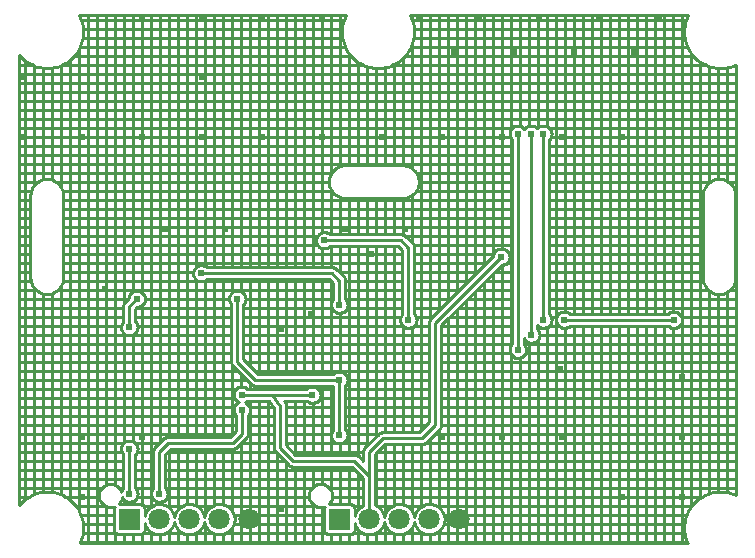
<source format=gbl>
G04 Layer: BottomLayer*
G04 EasyEDA v6.4.25, 2021-11-01T16:40:30+01:00*
G04 d0984406bf964252bec45fc5339864a5,23de75a5ce864506aa6f80b6cd8e489b,10*
G04 Gerber Generator version 0.2*
G04 Scale: 100 percent, Rotated: No, Reflected: No *
G04 Dimensions in millimeters *
G04 leading zeros omitted , absolute positions ,4 integer and 5 decimal *
%FSLAX45Y45*%
%MOMM*%

%ADD10C,0.2540*%
%ADD13C,0.6100*%
%ADD21C,1.8000*%

%LPD*%
D10*
X4343400Y-2311400D02*
G01*
X3784600Y-2870200D01*
X3784600Y-3733800D01*
X3670300Y-3848100D01*
X3340100Y-3848100D01*
X3225800Y-3962400D01*
X3225800Y-4533900D01*
X2146300Y-3606800D02*
G01*
X2146300Y-3810000D01*
X2070100Y-3886200D01*
X1524000Y-3886200D01*
X1447800Y-3962400D01*
X1447800Y-4318000D01*
X2971800Y-2717800D02*
G01*
X2971800Y-2514600D01*
X2908300Y-2451100D01*
X1803400Y-2451100D01*
X2146300Y-3479800D02*
G01*
X2400300Y-3479800D01*
X2469388Y-3571747D01*
X2469388Y-3929887D01*
X2578100Y-4038600D01*
X3098800Y-4038600D01*
X3225800Y-4165600D01*
X3225800Y-4226813D01*
X3225800Y-4521200D02*
G01*
X3225800Y-4165600D01*
X2844800Y-2171700D02*
G01*
X3492500Y-2171700D01*
X3556000Y-2235200D01*
X3556000Y-2844800D01*
X4483100Y-1270000D02*
G01*
X4483100Y-3098800D01*
X4597400Y-1270000D02*
G01*
X4597400Y-2971800D01*
X4699000Y-1270000D02*
G01*
X4699000Y-2844800D01*
X2971800Y-3352800D02*
G01*
X2971800Y-3822700D01*
X1257300Y-2667000D02*
G01*
X1193800Y-2730500D01*
X1193800Y-2908300D01*
X5803900Y-2844800D02*
G01*
X4876800Y-2844800D01*
X2743200Y-3479800D02*
G01*
X2146300Y-3479800D01*
X2971800Y-3352800D02*
G01*
X2260600Y-3352800D01*
X2108200Y-3200400D01*
X2108200Y-2667000D01*
X1193800Y-3937000D02*
G01*
X1193800Y-4318000D01*
X5915722Y-4726488D02*
G01*
X5920480Y-4736515D01*
X5920480Y-4736515D02*
G01*
X774705Y-4736515D01*
X774705Y-4736515D02*
G01*
X779463Y-4726488D01*
X779463Y-4726488D02*
G01*
X788213Y-4703417D01*
X788213Y-4703417D02*
G01*
X795077Y-4679716D01*
X795077Y-4679716D02*
G01*
X800013Y-4655540D01*
X800013Y-4655540D02*
G01*
X802987Y-4631046D01*
X802987Y-4631046D02*
G01*
X803981Y-4606391D01*
X803981Y-4606391D02*
G01*
X802987Y-4581737D01*
X802987Y-4581737D02*
G01*
X800013Y-4557242D01*
X800013Y-4557242D02*
G01*
X795077Y-4533066D01*
X795077Y-4533066D02*
G01*
X788213Y-4509366D01*
X788213Y-4509366D02*
G01*
X779463Y-4486294D01*
X779463Y-4486294D02*
G01*
X768885Y-4464002D01*
X768885Y-4464002D02*
G01*
X756548Y-4442633D01*
X756548Y-4442633D02*
G01*
X742531Y-4422327D01*
X742531Y-4422327D02*
G01*
X726926Y-4403213D01*
X726926Y-4403213D02*
G01*
X709833Y-4385418D01*
X709833Y-4385418D02*
G01*
X691364Y-4369056D01*
X691364Y-4369056D02*
G01*
X671638Y-4354233D01*
X671638Y-4354233D02*
G01*
X650783Y-4341045D01*
X650783Y-4341045D02*
G01*
X628935Y-4329578D01*
X628935Y-4329578D02*
G01*
X606235Y-4319907D01*
X606235Y-4319907D02*
G01*
X582830Y-4312093D01*
X582830Y-4312093D02*
G01*
X558872Y-4306188D01*
X558872Y-4306188D02*
G01*
X534517Y-4302230D01*
X534517Y-4302230D02*
G01*
X509923Y-4300244D01*
X509923Y-4300244D02*
G01*
X485248Y-4300244D01*
X485248Y-4300244D02*
G01*
X460654Y-4302230D01*
X460654Y-4302230D02*
G01*
X436299Y-4306188D01*
X436299Y-4306188D02*
G01*
X412341Y-4312093D01*
X412341Y-4312093D02*
G01*
X388936Y-4319907D01*
X388936Y-4319907D02*
G01*
X366236Y-4329578D01*
X366236Y-4329578D02*
G01*
X344388Y-4341045D01*
X344388Y-4341045D02*
G01*
X323533Y-4354233D01*
X323533Y-4354233D02*
G01*
X303807Y-4369056D01*
X303807Y-4369056D02*
G01*
X285338Y-4385418D01*
X285338Y-4385418D02*
G01*
X268245Y-4403213D01*
X268245Y-4403213D02*
G01*
X263474Y-4409058D01*
X263474Y-4409058D02*
G01*
X263474Y-603733D01*
X263474Y-603733D02*
G01*
X268245Y-609577D01*
X268245Y-609577D02*
G01*
X285338Y-627372D01*
X285338Y-627372D02*
G01*
X303807Y-643735D01*
X303807Y-643735D02*
G01*
X323533Y-658558D01*
X323533Y-658558D02*
G01*
X344388Y-671745D01*
X344388Y-671745D02*
G01*
X366236Y-683212D01*
X366236Y-683212D02*
G01*
X388936Y-692884D01*
X388936Y-692884D02*
G01*
X412341Y-700698D01*
X412341Y-700698D02*
G01*
X436299Y-706603D01*
X436299Y-706603D02*
G01*
X460654Y-710561D01*
X460654Y-710561D02*
G01*
X485248Y-712546D01*
X485248Y-712546D02*
G01*
X509923Y-712546D01*
X509923Y-712546D02*
G01*
X534517Y-710561D01*
X534517Y-710561D02*
G01*
X558872Y-706603D01*
X558872Y-706603D02*
G01*
X582830Y-700698D01*
X582830Y-700698D02*
G01*
X606235Y-692884D01*
X606235Y-692884D02*
G01*
X628935Y-683212D01*
X628935Y-683212D02*
G01*
X650783Y-671745D01*
X650783Y-671745D02*
G01*
X671638Y-658558D01*
X671638Y-658558D02*
G01*
X691364Y-643735D01*
X691364Y-643735D02*
G01*
X709833Y-627372D01*
X709833Y-627372D02*
G01*
X726926Y-609577D01*
X726926Y-609577D02*
G01*
X742531Y-590464D01*
X742531Y-590464D02*
G01*
X756548Y-570157D01*
X756548Y-570157D02*
G01*
X768885Y-548788D01*
X768885Y-548788D02*
G01*
X779463Y-526496D01*
X779463Y-526496D02*
G01*
X788213Y-503425D01*
X788213Y-503425D02*
G01*
X795077Y-479725D01*
X795077Y-479725D02*
G01*
X800013Y-455549D01*
X800013Y-455549D02*
G01*
X802987Y-431054D01*
X802987Y-431054D02*
G01*
X803981Y-406400D01*
X803981Y-406400D02*
G01*
X802987Y-381745D01*
X802987Y-381745D02*
G01*
X800013Y-357250D01*
X800013Y-357250D02*
G01*
X795077Y-333074D01*
X795077Y-333074D02*
G01*
X788213Y-309374D01*
X788213Y-309374D02*
G01*
X779463Y-286303D01*
X779463Y-286303D02*
G01*
X768575Y-263474D01*
X768575Y-263474D02*
G01*
X3026590Y-263474D01*
X3026590Y-263474D02*
G01*
X3015703Y-286303D01*
X3015703Y-286303D02*
G01*
X3006953Y-309374D01*
X3006953Y-309374D02*
G01*
X3000088Y-333074D01*
X3000088Y-333074D02*
G01*
X2995153Y-357250D01*
X2995153Y-357250D02*
G01*
X2992178Y-381745D01*
X2992178Y-381745D02*
G01*
X2991185Y-406400D01*
X2991185Y-406400D02*
G01*
X2992178Y-431054D01*
X2992178Y-431054D02*
G01*
X2995153Y-455549D01*
X2995153Y-455549D02*
G01*
X3000088Y-479725D01*
X3000088Y-479725D02*
G01*
X3006953Y-503425D01*
X3006953Y-503425D02*
G01*
X3015703Y-526496D01*
X3015703Y-526496D02*
G01*
X3026280Y-548788D01*
X3026280Y-548788D02*
G01*
X3038618Y-570157D01*
X3038618Y-570157D02*
G01*
X3052634Y-590464D01*
X3052634Y-590464D02*
G01*
X3068240Y-609577D01*
X3068240Y-609577D02*
G01*
X3085332Y-627372D01*
X3085332Y-627372D02*
G01*
X3103802Y-643735D01*
X3103802Y-643735D02*
G01*
X3123528Y-658558D01*
X3123528Y-658558D02*
G01*
X3144382Y-671745D01*
X3144382Y-671745D02*
G01*
X3166231Y-683212D01*
X3166231Y-683212D02*
G01*
X3188931Y-692884D01*
X3188931Y-692884D02*
G01*
X3212335Y-700698D01*
X3212335Y-700698D02*
G01*
X3236293Y-706603D01*
X3236293Y-706603D02*
G01*
X3260648Y-710561D01*
X3260648Y-710561D02*
G01*
X3285243Y-712546D01*
X3285243Y-712546D02*
G01*
X3309917Y-712546D01*
X3309917Y-712546D02*
G01*
X3334512Y-710561D01*
X3334512Y-710561D02*
G01*
X3358867Y-706603D01*
X3358867Y-706603D02*
G01*
X3382824Y-700698D01*
X3382824Y-700698D02*
G01*
X3406229Y-692884D01*
X3406229Y-692884D02*
G01*
X3428929Y-683212D01*
X3428929Y-683212D02*
G01*
X3450777Y-671745D01*
X3450777Y-671745D02*
G01*
X3471632Y-658558D01*
X3471632Y-658558D02*
G01*
X3491358Y-643735D01*
X3491358Y-643735D02*
G01*
X3509827Y-627372D01*
X3509827Y-627372D02*
G01*
X3526920Y-609577D01*
X3526920Y-609577D02*
G01*
X3542525Y-590464D01*
X3542525Y-590464D02*
G01*
X3556542Y-570157D01*
X3556542Y-570157D02*
G01*
X3568879Y-548788D01*
X3568879Y-548788D02*
G01*
X3579457Y-526496D01*
X3579457Y-526496D02*
G01*
X3588207Y-503425D01*
X3588207Y-503425D02*
G01*
X3595072Y-479725D01*
X3595072Y-479725D02*
G01*
X3600007Y-455549D01*
X3600007Y-455549D02*
G01*
X3602981Y-431054D01*
X3602981Y-431054D02*
G01*
X3603975Y-406400D01*
X3603975Y-406400D02*
G01*
X3602981Y-381745D01*
X3602981Y-381745D02*
G01*
X3600007Y-357250D01*
X3600007Y-357250D02*
G01*
X3595072Y-333074D01*
X3595072Y-333074D02*
G01*
X3588207Y-309374D01*
X3588207Y-309374D02*
G01*
X3579457Y-286303D01*
X3579457Y-286303D02*
G01*
X3568569Y-263474D01*
X3568569Y-263474D02*
G01*
X5926610Y-263474D01*
X5926610Y-263474D02*
G01*
X5915722Y-286303D01*
X5915722Y-286303D02*
G01*
X5906972Y-309374D01*
X5906972Y-309374D02*
G01*
X5900108Y-333074D01*
X5900108Y-333074D02*
G01*
X5895172Y-357250D01*
X5895172Y-357250D02*
G01*
X5892198Y-381745D01*
X5892198Y-381745D02*
G01*
X5891204Y-406400D01*
X5891204Y-406400D02*
G01*
X5892198Y-431054D01*
X5892198Y-431054D02*
G01*
X5895172Y-455549D01*
X5895172Y-455549D02*
G01*
X5900108Y-479725D01*
X5900108Y-479725D02*
G01*
X5906972Y-503425D01*
X5906972Y-503425D02*
G01*
X5915722Y-526496D01*
X5915722Y-526496D02*
G01*
X5926300Y-548788D01*
X5926300Y-548788D02*
G01*
X5938637Y-570157D01*
X5938637Y-570157D02*
G01*
X5952654Y-590464D01*
X5952654Y-590464D02*
G01*
X5968259Y-609577D01*
X5968259Y-609577D02*
G01*
X5985352Y-627372D01*
X5985352Y-627372D02*
G01*
X6003821Y-643735D01*
X6003821Y-643735D02*
G01*
X6023547Y-658558D01*
X6023547Y-658558D02*
G01*
X6044402Y-671745D01*
X6044402Y-671745D02*
G01*
X6066250Y-683212D01*
X6066250Y-683212D02*
G01*
X6088950Y-692884D01*
X6088950Y-692884D02*
G01*
X6112355Y-700698D01*
X6112355Y-700698D02*
G01*
X6136313Y-706603D01*
X6136313Y-706603D02*
G01*
X6160668Y-710561D01*
X6160668Y-710561D02*
G01*
X6185262Y-712546D01*
X6185262Y-712546D02*
G01*
X6209937Y-712546D01*
X6209937Y-712546D02*
G01*
X6234531Y-710561D01*
X6234531Y-710561D02*
G01*
X6258886Y-706603D01*
X6258886Y-706603D02*
G01*
X6282844Y-700698D01*
X6282844Y-700698D02*
G01*
X6306249Y-692884D01*
X6306249Y-692884D02*
G01*
X6327825Y-683691D01*
X6327825Y-683691D02*
G01*
X6327825Y-4329100D01*
X6327825Y-4329100D02*
G01*
X6306249Y-4319907D01*
X6306249Y-4319907D02*
G01*
X6282844Y-4312093D01*
X6282844Y-4312093D02*
G01*
X6258886Y-4306188D01*
X6258886Y-4306188D02*
G01*
X6234531Y-4302230D01*
X6234531Y-4302230D02*
G01*
X6209937Y-4300244D01*
X6209937Y-4300244D02*
G01*
X6185262Y-4300244D01*
X6185262Y-4300244D02*
G01*
X6160668Y-4302230D01*
X6160668Y-4302230D02*
G01*
X6136313Y-4306188D01*
X6136313Y-4306188D02*
G01*
X6112355Y-4312093D01*
X6112355Y-4312093D02*
G01*
X6088950Y-4319907D01*
X6088950Y-4319907D02*
G01*
X6066250Y-4329578D01*
X6066250Y-4329578D02*
G01*
X6044402Y-4341045D01*
X6044402Y-4341045D02*
G01*
X6023547Y-4354233D01*
X6023547Y-4354233D02*
G01*
X6003821Y-4369056D01*
X6003821Y-4369056D02*
G01*
X5985352Y-4385418D01*
X5985352Y-4385418D02*
G01*
X5968259Y-4403213D01*
X5968259Y-4403213D02*
G01*
X5952654Y-4422327D01*
X5952654Y-4422327D02*
G01*
X5938637Y-4442633D01*
X5938637Y-4442633D02*
G01*
X5926300Y-4464002D01*
X5926300Y-4464002D02*
G01*
X5915722Y-4486295D01*
X5915722Y-4486295D02*
G01*
X5906972Y-4509366D01*
X5906972Y-4509366D02*
G01*
X5900108Y-4533066D01*
X5900108Y-4533066D02*
G01*
X5895172Y-4557242D01*
X5895172Y-4557242D02*
G01*
X5892198Y-4581737D01*
X5892198Y-4581737D02*
G01*
X5891204Y-4606391D01*
X5891204Y-4606391D02*
G01*
X5892198Y-4631046D01*
X5892198Y-4631046D02*
G01*
X5895172Y-4655540D01*
X5895172Y-4655540D02*
G01*
X5900108Y-4679716D01*
X5900108Y-4679716D02*
G01*
X5906972Y-4703417D01*
X5906972Y-4703417D02*
G01*
X5915722Y-4726488D01*
X3061799Y-4662761D02*
G01*
X3070447Y-4661787D01*
X3070447Y-4661787D02*
G01*
X3078661Y-4658913D01*
X3078661Y-4658913D02*
G01*
X3086029Y-4654283D01*
X3086029Y-4654283D02*
G01*
X3092183Y-4648129D01*
X3092183Y-4648129D02*
G01*
X3096813Y-4640761D01*
X3096813Y-4640761D02*
G01*
X3099687Y-4632547D01*
X3099687Y-4632547D02*
G01*
X3100661Y-4623899D01*
X3100661Y-4623899D02*
G01*
X3100661Y-4564430D01*
X3100661Y-4564430D02*
G01*
X3100830Y-4565331D01*
X3100830Y-4565331D02*
G01*
X3105639Y-4580450D01*
X3105639Y-4580450D02*
G01*
X3112271Y-4594863D01*
X3112271Y-4594863D02*
G01*
X3120623Y-4608352D01*
X3120623Y-4608352D02*
G01*
X3130570Y-4620713D01*
X3130570Y-4620713D02*
G01*
X3141960Y-4631758D01*
X3141960Y-4631758D02*
G01*
X3154621Y-4641319D01*
X3154621Y-4641319D02*
G01*
X3168361Y-4649252D01*
X3168361Y-4649252D02*
G01*
X3182972Y-4655436D01*
X3182972Y-4655436D02*
G01*
X3198232Y-4659778D01*
X3198232Y-4659778D02*
G01*
X3213910Y-4662212D01*
X3213910Y-4662212D02*
G01*
X3229768Y-4662700D01*
X3229768Y-4662700D02*
G01*
X3245566Y-4661236D01*
X3245566Y-4661236D02*
G01*
X3261064Y-4657842D01*
X3261064Y-4657842D02*
G01*
X3276028Y-4652569D01*
X3276028Y-4652569D02*
G01*
X3290230Y-4645497D01*
X3290230Y-4645497D02*
G01*
X3303456Y-4636733D01*
X3303456Y-4636733D02*
G01*
X3315505Y-4626411D01*
X3315505Y-4626411D02*
G01*
X3326193Y-4614686D01*
X3326193Y-4614686D02*
G01*
X3335360Y-4601737D01*
X3335360Y-4601737D02*
G01*
X3342866Y-4587759D01*
X3342866Y-4587759D02*
G01*
X3348597Y-4572964D01*
X3348597Y-4572964D02*
G01*
X3352467Y-4557578D01*
X3352467Y-4557578D02*
G01*
X3352831Y-4554639D01*
X3352831Y-4554639D02*
G01*
X3354830Y-4565331D01*
X3354830Y-4565331D02*
G01*
X3359639Y-4580450D01*
X3359639Y-4580450D02*
G01*
X3366271Y-4594863D01*
X3366271Y-4594863D02*
G01*
X3374623Y-4608352D01*
X3374623Y-4608352D02*
G01*
X3384570Y-4620713D01*
X3384570Y-4620713D02*
G01*
X3395960Y-4631758D01*
X3395960Y-4631758D02*
G01*
X3408621Y-4641319D01*
X3408621Y-4641319D02*
G01*
X3422361Y-4649252D01*
X3422361Y-4649252D02*
G01*
X3436972Y-4655436D01*
X3436972Y-4655436D02*
G01*
X3452232Y-4659778D01*
X3452232Y-4659778D02*
G01*
X3467910Y-4662212D01*
X3467910Y-4662212D02*
G01*
X3483768Y-4662700D01*
X3483768Y-4662700D02*
G01*
X3499566Y-4661236D01*
X3499566Y-4661236D02*
G01*
X3515064Y-4657842D01*
X3515064Y-4657842D02*
G01*
X3530028Y-4652569D01*
X3530028Y-4652569D02*
G01*
X3544230Y-4645497D01*
X3544230Y-4645497D02*
G01*
X3557456Y-4636733D01*
X3557456Y-4636733D02*
G01*
X3569505Y-4626411D01*
X3569505Y-4626411D02*
G01*
X3580193Y-4614686D01*
X3580193Y-4614686D02*
G01*
X3589360Y-4601737D01*
X3589360Y-4601737D02*
G01*
X3596866Y-4587759D01*
X3596866Y-4587759D02*
G01*
X3602597Y-4572964D01*
X3602597Y-4572964D02*
G01*
X3606467Y-4557578D01*
X3606467Y-4557578D02*
G01*
X3606831Y-4554639D01*
X3606831Y-4554639D02*
G01*
X3608830Y-4565331D01*
X3608830Y-4565331D02*
G01*
X3613639Y-4580450D01*
X3613639Y-4580450D02*
G01*
X3620271Y-4594863D01*
X3620271Y-4594863D02*
G01*
X3628623Y-4608352D01*
X3628623Y-4608352D02*
G01*
X3638570Y-4620713D01*
X3638570Y-4620713D02*
G01*
X3649960Y-4631758D01*
X3649960Y-4631758D02*
G01*
X3662621Y-4641319D01*
X3662621Y-4641319D02*
G01*
X3676361Y-4649252D01*
X3676361Y-4649252D02*
G01*
X3690972Y-4655436D01*
X3690972Y-4655436D02*
G01*
X3706232Y-4659778D01*
X3706232Y-4659778D02*
G01*
X3721910Y-4662212D01*
X3721910Y-4662212D02*
G01*
X3737768Y-4662700D01*
X3737768Y-4662700D02*
G01*
X3753566Y-4661236D01*
X3753566Y-4661236D02*
G01*
X3769064Y-4657842D01*
X3769064Y-4657842D02*
G01*
X3784028Y-4652569D01*
X3784028Y-4652569D02*
G01*
X3798230Y-4645497D01*
X3798230Y-4645497D02*
G01*
X3811456Y-4636733D01*
X3811456Y-4636733D02*
G01*
X3823505Y-4626411D01*
X3823505Y-4626411D02*
G01*
X3834193Y-4614686D01*
X3834193Y-4614686D02*
G01*
X3843360Y-4601737D01*
X3843360Y-4601737D02*
G01*
X3850866Y-4587759D01*
X3850866Y-4587759D02*
G01*
X3856597Y-4572964D01*
X3856597Y-4572964D02*
G01*
X3860467Y-4557578D01*
X3860467Y-4557578D02*
G01*
X3862417Y-4541832D01*
X3862417Y-4541832D02*
G01*
X3862417Y-4525967D01*
X3862417Y-4525967D02*
G01*
X3860467Y-4510221D01*
X3860467Y-4510221D02*
G01*
X3856597Y-4494835D01*
X3856597Y-4494835D02*
G01*
X3850866Y-4480040D01*
X3850866Y-4480040D02*
G01*
X3843360Y-4466062D01*
X3843360Y-4466062D02*
G01*
X3834193Y-4453113D01*
X3834193Y-4453113D02*
G01*
X3823505Y-4441388D01*
X3823505Y-4441388D02*
G01*
X3811456Y-4431066D01*
X3811456Y-4431066D02*
G01*
X3798230Y-4422302D01*
X3798230Y-4422302D02*
G01*
X3784028Y-4415230D01*
X3784028Y-4415230D02*
G01*
X3769064Y-4409957D01*
X3769064Y-4409957D02*
G01*
X3753566Y-4406563D01*
X3753566Y-4406563D02*
G01*
X3737768Y-4405099D01*
X3737768Y-4405099D02*
G01*
X3721910Y-4405587D01*
X3721910Y-4405587D02*
G01*
X3706232Y-4408021D01*
X3706232Y-4408021D02*
G01*
X3690972Y-4412363D01*
X3690972Y-4412363D02*
G01*
X3676361Y-4418547D01*
X3676361Y-4418547D02*
G01*
X3662621Y-4426480D01*
X3662621Y-4426480D02*
G01*
X3649960Y-4436041D01*
X3649960Y-4436041D02*
G01*
X3638570Y-4447086D01*
X3638570Y-4447086D02*
G01*
X3628623Y-4459447D01*
X3628623Y-4459447D02*
G01*
X3620271Y-4472936D01*
X3620271Y-4472936D02*
G01*
X3613639Y-4487349D01*
X3613639Y-4487349D02*
G01*
X3608830Y-4502468D01*
X3608830Y-4502468D02*
G01*
X3606831Y-4513160D01*
X3606831Y-4513160D02*
G01*
X3606467Y-4510221D01*
X3606467Y-4510221D02*
G01*
X3602597Y-4494835D01*
X3602597Y-4494835D02*
G01*
X3596866Y-4480040D01*
X3596866Y-4480040D02*
G01*
X3589360Y-4466062D01*
X3589360Y-4466062D02*
G01*
X3580193Y-4453113D01*
X3580193Y-4453113D02*
G01*
X3569505Y-4441388D01*
X3569505Y-4441388D02*
G01*
X3557456Y-4431066D01*
X3557456Y-4431066D02*
G01*
X3544230Y-4422302D01*
X3544230Y-4422302D02*
G01*
X3530028Y-4415230D01*
X3530028Y-4415230D02*
G01*
X3515064Y-4409957D01*
X3515064Y-4409957D02*
G01*
X3499566Y-4406563D01*
X3499566Y-4406563D02*
G01*
X3483768Y-4405099D01*
X3483768Y-4405099D02*
G01*
X3467910Y-4405587D01*
X3467910Y-4405587D02*
G01*
X3452232Y-4408021D01*
X3452232Y-4408021D02*
G01*
X3436972Y-4412363D01*
X3436972Y-4412363D02*
G01*
X3422361Y-4418547D01*
X3422361Y-4418547D02*
G01*
X3408621Y-4426480D01*
X3408621Y-4426480D02*
G01*
X3395960Y-4436041D01*
X3395960Y-4436041D02*
G01*
X3384570Y-4447086D01*
X3384570Y-4447086D02*
G01*
X3374623Y-4459447D01*
X3374623Y-4459447D02*
G01*
X3366271Y-4472936D01*
X3366271Y-4472936D02*
G01*
X3359639Y-4487349D01*
X3359639Y-4487349D02*
G01*
X3354830Y-4502468D01*
X3354830Y-4502468D02*
G01*
X3352831Y-4513160D01*
X3352831Y-4513160D02*
G01*
X3352467Y-4510221D01*
X3352467Y-4510221D02*
G01*
X3348597Y-4494835D01*
X3348597Y-4494835D02*
G01*
X3342866Y-4480040D01*
X3342866Y-4480040D02*
G01*
X3335360Y-4466062D01*
X3335360Y-4466062D02*
G01*
X3326193Y-4453113D01*
X3326193Y-4453113D02*
G01*
X3315505Y-4441388D01*
X3315505Y-4441388D02*
G01*
X3303456Y-4431066D01*
X3303456Y-4431066D02*
G01*
X3290230Y-4422302D01*
X3290230Y-4422302D02*
G01*
X3277361Y-4415894D01*
X3277361Y-4415894D02*
G01*
X3277361Y-3983757D01*
X3277361Y-3983757D02*
G01*
X3361457Y-3899662D01*
X3361457Y-3899662D02*
G01*
X3670300Y-3899662D01*
X3670300Y-3899662D02*
G01*
X3680359Y-3898671D01*
X3680359Y-3898671D02*
G01*
X3690031Y-3895737D01*
X3690031Y-3895737D02*
G01*
X3698946Y-3890972D01*
X3698946Y-3890972D02*
G01*
X3706759Y-3884559D01*
X3706759Y-3884559D02*
G01*
X3821059Y-3770259D01*
X3821059Y-3770259D02*
G01*
X3827472Y-3762446D01*
X3827472Y-3762446D02*
G01*
X3832237Y-3753531D01*
X3832237Y-3753531D02*
G01*
X3835171Y-3743859D01*
X3835171Y-3743859D02*
G01*
X3836161Y-3733800D01*
X3836161Y-3733800D02*
G01*
X3836161Y-2891557D01*
X3836161Y-2891557D02*
G01*
X4347119Y-2380600D01*
X4347119Y-2380600D02*
G01*
X4358013Y-2379205D01*
X4358013Y-2379205D02*
G01*
X4369262Y-2375760D01*
X4369262Y-2375760D02*
G01*
X4379767Y-2370464D01*
X4379767Y-2370464D02*
G01*
X4389225Y-2363468D01*
X4389225Y-2363468D02*
G01*
X4397366Y-2354974D01*
X4397366Y-2354974D02*
G01*
X4403954Y-2345227D01*
X4403954Y-2345227D02*
G01*
X4408800Y-2334507D01*
X4408800Y-2334507D02*
G01*
X4411764Y-2323122D01*
X4411764Y-2323122D02*
G01*
X4412762Y-2311400D01*
X4412762Y-2311400D02*
G01*
X4411764Y-2299677D01*
X4411764Y-2299677D02*
G01*
X4408800Y-2288292D01*
X4408800Y-2288292D02*
G01*
X4403954Y-2277572D01*
X4403954Y-2277572D02*
G01*
X4397366Y-2267825D01*
X4397366Y-2267825D02*
G01*
X4389225Y-2259331D01*
X4389225Y-2259331D02*
G01*
X4379767Y-2252335D01*
X4379767Y-2252335D02*
G01*
X4369262Y-2247039D01*
X4369262Y-2247039D02*
G01*
X4358013Y-2243594D01*
X4358013Y-2243594D02*
G01*
X4346343Y-2242100D01*
X4346343Y-2242100D02*
G01*
X4334589Y-2242599D01*
X4334589Y-2242599D02*
G01*
X4323089Y-2245078D01*
X4323089Y-2245078D02*
G01*
X4312172Y-2249464D01*
X4312172Y-2249464D02*
G01*
X4302154Y-2255632D01*
X4302154Y-2255632D02*
G01*
X4293323Y-2263405D01*
X4293323Y-2263405D02*
G01*
X4285932Y-2272558D01*
X4285932Y-2272558D02*
G01*
X4280195Y-2282829D01*
X4280195Y-2282829D02*
G01*
X4276275Y-2293922D01*
X4276275Y-2293922D02*
G01*
X4274287Y-2305517D01*
X4274287Y-2305517D02*
G01*
X4274287Y-2307592D01*
X4274287Y-2307592D02*
G01*
X3748140Y-2833740D01*
X3748140Y-2833740D02*
G01*
X3741727Y-2841553D01*
X3741727Y-2841553D02*
G01*
X3736962Y-2850468D01*
X3736962Y-2850468D02*
G01*
X3734028Y-2860140D01*
X3734028Y-2860140D02*
G01*
X3733038Y-2870200D01*
X3733038Y-2870200D02*
G01*
X3733038Y-3712442D01*
X3733038Y-3712442D02*
G01*
X3648942Y-3796537D01*
X3648942Y-3796537D02*
G01*
X3340100Y-3796537D01*
X3340100Y-3796537D02*
G01*
X3330040Y-3797528D01*
X3330040Y-3797528D02*
G01*
X3320368Y-3800462D01*
X3320368Y-3800462D02*
G01*
X3311453Y-3805227D01*
X3311453Y-3805227D02*
G01*
X3303640Y-3811640D01*
X3303640Y-3811640D02*
G01*
X3189340Y-3925940D01*
X3189340Y-3925940D02*
G01*
X3182927Y-3933753D01*
X3182927Y-3933753D02*
G01*
X3178162Y-3942668D01*
X3178162Y-3942668D02*
G01*
X3175228Y-3952340D01*
X3175228Y-3952340D02*
G01*
X3174238Y-3962400D01*
X3174238Y-3962400D02*
G01*
X3174238Y-4041118D01*
X3174238Y-4041118D02*
G01*
X3135259Y-4002140D01*
X3135259Y-4002140D02*
G01*
X3127446Y-3995727D01*
X3127446Y-3995727D02*
G01*
X3118531Y-3990962D01*
X3118531Y-3990962D02*
G01*
X3108859Y-3988028D01*
X3108859Y-3988028D02*
G01*
X3098800Y-3987037D01*
X3098800Y-3987037D02*
G01*
X2599457Y-3987037D01*
X2599457Y-3987037D02*
G01*
X2520950Y-3908530D01*
X2520950Y-3908530D02*
G01*
X2520950Y-3571747D01*
X2520950Y-3571747D02*
G01*
X2520871Y-3568896D01*
X2520871Y-3568896D02*
G01*
X2519959Y-3561688D01*
X2519959Y-3561688D02*
G01*
X2519325Y-3558907D01*
X2519325Y-3558907D02*
G01*
X2517025Y-3552016D01*
X2517025Y-3552016D02*
G01*
X2515860Y-3549411D01*
X2515860Y-3549411D02*
G01*
X2512260Y-3543101D01*
X2512260Y-3543101D02*
G01*
X2503538Y-3531362D01*
X2503538Y-3531362D02*
G01*
X2697176Y-3531362D01*
X2697176Y-3531362D02*
G01*
X2701954Y-3535567D01*
X2701954Y-3535567D02*
G01*
X2711972Y-3541735D01*
X2711972Y-3541735D02*
G01*
X2722889Y-3546121D01*
X2722889Y-3546121D02*
G01*
X2734389Y-3548600D01*
X2734389Y-3548600D02*
G01*
X2746143Y-3549099D01*
X2746143Y-3549099D02*
G01*
X2757813Y-3547605D01*
X2757813Y-3547605D02*
G01*
X2769062Y-3544160D01*
X2769062Y-3544160D02*
G01*
X2779567Y-3538864D01*
X2779567Y-3538864D02*
G01*
X2789025Y-3531868D01*
X2789025Y-3531868D02*
G01*
X2797166Y-3523374D01*
X2797166Y-3523374D02*
G01*
X2803754Y-3513627D01*
X2803754Y-3513627D02*
G01*
X2808600Y-3502907D01*
X2808600Y-3502907D02*
G01*
X2811564Y-3491522D01*
X2811564Y-3491522D02*
G01*
X2812562Y-3479800D01*
X2812562Y-3479800D02*
G01*
X2811564Y-3468077D01*
X2811564Y-3468077D02*
G01*
X2808600Y-3456692D01*
X2808600Y-3456692D02*
G01*
X2803754Y-3445972D01*
X2803754Y-3445972D02*
G01*
X2797166Y-3436225D01*
X2797166Y-3436225D02*
G01*
X2789025Y-3427731D01*
X2789025Y-3427731D02*
G01*
X2779567Y-3420735D01*
X2779567Y-3420735D02*
G01*
X2769062Y-3415439D01*
X2769062Y-3415439D02*
G01*
X2757813Y-3411994D01*
X2757813Y-3411994D02*
G01*
X2746143Y-3410500D01*
X2746143Y-3410500D02*
G01*
X2734389Y-3410999D01*
X2734389Y-3410999D02*
G01*
X2722889Y-3413478D01*
X2722889Y-3413478D02*
G01*
X2711972Y-3417864D01*
X2711972Y-3417864D02*
G01*
X2701954Y-3424032D01*
X2701954Y-3424032D02*
G01*
X2697176Y-3428237D01*
X2697176Y-3428237D02*
G01*
X2192611Y-3428237D01*
X2192611Y-3428237D02*
G01*
X2192125Y-3427731D01*
X2192125Y-3427731D02*
G01*
X2182667Y-3420735D01*
X2182667Y-3420735D02*
G01*
X2172162Y-3415439D01*
X2172162Y-3415439D02*
G01*
X2160913Y-3411994D01*
X2160913Y-3411994D02*
G01*
X2149243Y-3410500D01*
X2149243Y-3410500D02*
G01*
X2137489Y-3410999D01*
X2137489Y-3410999D02*
G01*
X2125989Y-3413478D01*
X2125989Y-3413478D02*
G01*
X2115072Y-3417864D01*
X2115072Y-3417864D02*
G01*
X2105054Y-3424032D01*
X2105054Y-3424032D02*
G01*
X2096223Y-3431805D01*
X2096223Y-3431805D02*
G01*
X2088832Y-3440958D01*
X2088832Y-3440958D02*
G01*
X2083095Y-3451229D01*
X2083095Y-3451229D02*
G01*
X2079175Y-3462322D01*
X2079175Y-3462322D02*
G01*
X2077187Y-3473917D01*
X2077187Y-3473917D02*
G01*
X2077187Y-3485682D01*
X2077187Y-3485682D02*
G01*
X2079175Y-3497277D01*
X2079175Y-3497277D02*
G01*
X2083095Y-3508370D01*
X2083095Y-3508370D02*
G01*
X2088832Y-3518641D01*
X2088832Y-3518641D02*
G01*
X2096223Y-3527794D01*
X2096223Y-3527794D02*
G01*
X2105054Y-3535567D01*
X2105054Y-3535567D02*
G01*
X2115072Y-3541735D01*
X2115072Y-3541735D02*
G01*
X2118966Y-3543300D01*
X2118966Y-3543300D02*
G01*
X2115072Y-3544864D01*
X2115072Y-3544864D02*
G01*
X2105054Y-3551032D01*
X2105054Y-3551032D02*
G01*
X2096223Y-3558805D01*
X2096223Y-3558805D02*
G01*
X2088832Y-3567958D01*
X2088832Y-3567958D02*
G01*
X2083095Y-3578229D01*
X2083095Y-3578229D02*
G01*
X2079175Y-3589322D01*
X2079175Y-3589322D02*
G01*
X2077187Y-3600917D01*
X2077187Y-3600917D02*
G01*
X2077187Y-3612682D01*
X2077187Y-3612682D02*
G01*
X2079175Y-3624277D01*
X2079175Y-3624277D02*
G01*
X2083095Y-3635370D01*
X2083095Y-3635370D02*
G01*
X2088832Y-3645641D01*
X2088832Y-3645641D02*
G01*
X2094738Y-3652954D01*
X2094738Y-3652954D02*
G01*
X2094738Y-3788642D01*
X2094738Y-3788642D02*
G01*
X2048742Y-3834637D01*
X2048742Y-3834637D02*
G01*
X1524000Y-3834637D01*
X1524000Y-3834637D02*
G01*
X1513940Y-3835628D01*
X1513940Y-3835628D02*
G01*
X1504268Y-3838562D01*
X1504268Y-3838562D02*
G01*
X1495353Y-3843327D01*
X1495353Y-3843327D02*
G01*
X1487540Y-3849740D01*
X1487540Y-3849740D02*
G01*
X1411340Y-3925940D01*
X1411340Y-3925940D02*
G01*
X1404927Y-3933753D01*
X1404927Y-3933753D02*
G01*
X1400162Y-3942668D01*
X1400162Y-3942668D02*
G01*
X1397228Y-3952340D01*
X1397228Y-3952340D02*
G01*
X1396237Y-3962400D01*
X1396237Y-3962400D02*
G01*
X1396237Y-4271845D01*
X1396237Y-4271845D02*
G01*
X1390332Y-4279158D01*
X1390332Y-4279158D02*
G01*
X1384595Y-4289429D01*
X1384595Y-4289429D02*
G01*
X1380675Y-4300522D01*
X1380675Y-4300522D02*
G01*
X1378687Y-4312117D01*
X1378687Y-4312117D02*
G01*
X1378687Y-4323882D01*
X1378687Y-4323882D02*
G01*
X1380675Y-4335477D01*
X1380675Y-4335477D02*
G01*
X1384595Y-4346570D01*
X1384595Y-4346570D02*
G01*
X1390332Y-4356841D01*
X1390332Y-4356841D02*
G01*
X1397723Y-4365994D01*
X1397723Y-4365994D02*
G01*
X1406554Y-4373767D01*
X1406554Y-4373767D02*
G01*
X1416572Y-4379935D01*
X1416572Y-4379935D02*
G01*
X1427489Y-4384321D01*
X1427489Y-4384321D02*
G01*
X1438989Y-4386800D01*
X1438989Y-4386800D02*
G01*
X1450743Y-4387299D01*
X1450743Y-4387299D02*
G01*
X1462413Y-4385805D01*
X1462413Y-4385805D02*
G01*
X1473662Y-4382360D01*
X1473662Y-4382360D02*
G01*
X1484167Y-4377064D01*
X1484167Y-4377064D02*
G01*
X1493625Y-4370068D01*
X1493625Y-4370068D02*
G01*
X1501766Y-4361574D01*
X1501766Y-4361574D02*
G01*
X1508354Y-4351827D01*
X1508354Y-4351827D02*
G01*
X1513200Y-4341107D01*
X1513200Y-4341107D02*
G01*
X1516164Y-4329722D01*
X1516164Y-4329722D02*
G01*
X1517162Y-4318000D01*
X1517162Y-4318000D02*
G01*
X1516164Y-4306277D01*
X1516164Y-4306277D02*
G01*
X1513200Y-4294892D01*
X1513200Y-4294892D02*
G01*
X1508354Y-4284172D01*
X1508354Y-4284172D02*
G01*
X1501766Y-4274425D01*
X1501766Y-4274425D02*
G01*
X1499362Y-4271916D01*
X1499362Y-4271916D02*
G01*
X1499362Y-3983757D01*
X1499362Y-3983757D02*
G01*
X1545357Y-3937762D01*
X1545357Y-3937762D02*
G01*
X2070100Y-3937762D01*
X2070100Y-3937762D02*
G01*
X2080159Y-3936771D01*
X2080159Y-3936771D02*
G01*
X2089831Y-3933837D01*
X2089831Y-3933837D02*
G01*
X2098746Y-3929072D01*
X2098746Y-3929072D02*
G01*
X2106559Y-3922659D01*
X2106559Y-3922659D02*
G01*
X2182759Y-3846459D01*
X2182759Y-3846459D02*
G01*
X2189172Y-3838646D01*
X2189172Y-3838646D02*
G01*
X2193937Y-3829731D01*
X2193937Y-3829731D02*
G01*
X2196871Y-3820059D01*
X2196871Y-3820059D02*
G01*
X2197861Y-3810000D01*
X2197861Y-3810000D02*
G01*
X2197861Y-3652883D01*
X2197861Y-3652883D02*
G01*
X2200266Y-3650374D01*
X2200266Y-3650374D02*
G01*
X2206854Y-3640627D01*
X2206854Y-3640627D02*
G01*
X2211700Y-3629907D01*
X2211700Y-3629907D02*
G01*
X2214664Y-3618522D01*
X2214664Y-3618522D02*
G01*
X2215662Y-3606800D01*
X2215662Y-3606800D02*
G01*
X2214664Y-3595077D01*
X2214664Y-3595077D02*
G01*
X2211700Y-3583692D01*
X2211700Y-3583692D02*
G01*
X2206854Y-3572972D01*
X2206854Y-3572972D02*
G01*
X2200266Y-3563225D01*
X2200266Y-3563225D02*
G01*
X2192125Y-3554731D01*
X2192125Y-3554731D02*
G01*
X2182667Y-3547735D01*
X2182667Y-3547735D02*
G01*
X2173868Y-3543300D01*
X2173868Y-3543300D02*
G01*
X2182667Y-3538864D01*
X2182667Y-3538864D02*
G01*
X2192125Y-3531868D01*
X2192125Y-3531868D02*
G01*
X2192611Y-3531362D01*
X2192611Y-3531362D02*
G01*
X2374547Y-3531362D01*
X2374547Y-3531362D02*
G01*
X2417825Y-3588960D01*
X2417825Y-3588960D02*
G01*
X2417825Y-3929887D01*
X2417825Y-3929887D02*
G01*
X2418816Y-3939947D01*
X2418816Y-3939947D02*
G01*
X2421750Y-3949619D01*
X2421750Y-3949619D02*
G01*
X2426515Y-3958534D01*
X2426515Y-3958534D02*
G01*
X2432928Y-3966347D01*
X2432928Y-3966347D02*
G01*
X2541640Y-4075059D01*
X2541640Y-4075059D02*
G01*
X2549453Y-4081472D01*
X2549453Y-4081472D02*
G01*
X2558368Y-4086237D01*
X2558368Y-4086237D02*
G01*
X2568040Y-4089171D01*
X2568040Y-4089171D02*
G01*
X2578100Y-4090162D01*
X2578100Y-4090162D02*
G01*
X3077442Y-4090162D01*
X3077442Y-4090162D02*
G01*
X3174238Y-4186957D01*
X3174238Y-4186957D02*
G01*
X3174238Y-4416060D01*
X3174238Y-4416060D02*
G01*
X3168361Y-4418547D01*
X3168361Y-4418547D02*
G01*
X3154621Y-4426480D01*
X3154621Y-4426480D02*
G01*
X3141960Y-4436041D01*
X3141960Y-4436041D02*
G01*
X3130570Y-4447086D01*
X3130570Y-4447086D02*
G01*
X3120623Y-4459447D01*
X3120623Y-4459447D02*
G01*
X3112271Y-4472936D01*
X3112271Y-4472936D02*
G01*
X3105639Y-4487349D01*
X3105639Y-4487349D02*
G01*
X3100830Y-4502468D01*
X3100830Y-4502468D02*
G01*
X3100661Y-4503369D01*
X3100661Y-4503369D02*
G01*
X3100661Y-4443900D01*
X3100661Y-4443900D02*
G01*
X3099687Y-4435252D01*
X3099687Y-4435252D02*
G01*
X3096813Y-4427038D01*
X3096813Y-4427038D02*
G01*
X3092183Y-4419670D01*
X3092183Y-4419670D02*
G01*
X3086029Y-4413516D01*
X3086029Y-4413516D02*
G01*
X3078661Y-4408886D01*
X3078661Y-4408886D02*
G01*
X3070447Y-4406012D01*
X3070447Y-4406012D02*
G01*
X3061799Y-4405038D01*
X3061799Y-4405038D02*
G01*
X2881800Y-4405038D01*
X2881800Y-4405038D02*
G01*
X2879910Y-4405251D01*
X2879910Y-4405251D02*
G01*
X2886520Y-4398641D01*
X2886520Y-4398641D02*
G01*
X2894973Y-4387349D01*
X2894973Y-4387349D02*
G01*
X2901733Y-4374969D01*
X2901733Y-4374969D02*
G01*
X2906662Y-4361753D01*
X2906662Y-4361753D02*
G01*
X2909660Y-4347969D01*
X2909660Y-4347969D02*
G01*
X2910667Y-4333900D01*
X2910667Y-4333900D02*
G01*
X2909660Y-4319830D01*
X2909660Y-4319830D02*
G01*
X2906662Y-4306047D01*
X2906662Y-4306047D02*
G01*
X2901733Y-4292831D01*
X2901733Y-4292831D02*
G01*
X2894973Y-4280451D01*
X2894973Y-4280451D02*
G01*
X2886520Y-4269159D01*
X2886520Y-4269159D02*
G01*
X2876546Y-4259185D01*
X2876546Y-4259185D02*
G01*
X2865254Y-4250732D01*
X2865254Y-4250732D02*
G01*
X2852874Y-4243972D01*
X2852874Y-4243972D02*
G01*
X2839658Y-4239043D01*
X2839658Y-4239043D02*
G01*
X2825874Y-4236044D01*
X2825874Y-4236044D02*
G01*
X2811805Y-4235038D01*
X2811805Y-4235038D02*
G01*
X2797735Y-4236044D01*
X2797735Y-4236044D02*
G01*
X2783952Y-4239043D01*
X2783952Y-4239043D02*
G01*
X2770736Y-4243972D01*
X2770736Y-4243972D02*
G01*
X2758356Y-4250732D01*
X2758356Y-4250732D02*
G01*
X2747064Y-4259185D01*
X2747064Y-4259185D02*
G01*
X2737090Y-4269159D01*
X2737090Y-4269159D02*
G01*
X2728637Y-4280451D01*
X2728637Y-4280451D02*
G01*
X2721877Y-4292831D01*
X2721877Y-4292831D02*
G01*
X2716948Y-4306047D01*
X2716948Y-4306047D02*
G01*
X2713949Y-4319830D01*
X2713949Y-4319830D02*
G01*
X2712943Y-4333900D01*
X2712943Y-4333900D02*
G01*
X2713949Y-4347969D01*
X2713949Y-4347969D02*
G01*
X2716948Y-4361753D01*
X2716948Y-4361753D02*
G01*
X2721877Y-4374969D01*
X2721877Y-4374969D02*
G01*
X2728637Y-4387349D01*
X2728637Y-4387349D02*
G01*
X2737090Y-4398641D01*
X2737090Y-4398641D02*
G01*
X2747064Y-4408615D01*
X2747064Y-4408615D02*
G01*
X2758356Y-4417068D01*
X2758356Y-4417068D02*
G01*
X2770736Y-4423828D01*
X2770736Y-4423828D02*
G01*
X2783952Y-4428757D01*
X2783952Y-4428757D02*
G01*
X2797735Y-4431755D01*
X2797735Y-4431755D02*
G01*
X2811805Y-4432762D01*
X2811805Y-4432762D02*
G01*
X2825874Y-4431755D01*
X2825874Y-4431755D02*
G01*
X2839658Y-4428757D01*
X2839658Y-4428757D02*
G01*
X2847557Y-4425811D01*
X2847557Y-4425811D02*
G01*
X2846786Y-4427038D01*
X2846786Y-4427038D02*
G01*
X2843912Y-4435252D01*
X2843912Y-4435252D02*
G01*
X2842938Y-4443900D01*
X2842938Y-4443900D02*
G01*
X2842938Y-4623899D01*
X2842938Y-4623899D02*
G01*
X2843912Y-4632547D01*
X2843912Y-4632547D02*
G01*
X2846786Y-4640761D01*
X2846786Y-4640761D02*
G01*
X2851416Y-4648129D01*
X2851416Y-4648129D02*
G01*
X2857570Y-4654283D01*
X2857570Y-4654283D02*
G01*
X2864938Y-4658913D01*
X2864938Y-4658913D02*
G01*
X2873152Y-4661787D01*
X2873152Y-4661787D02*
G01*
X2881800Y-4662761D01*
X2881800Y-4662761D02*
G01*
X3061799Y-4662761D01*
X2962989Y-3891500D02*
G01*
X2974743Y-3891999D01*
X2974743Y-3891999D02*
G01*
X2986413Y-3890505D01*
X2986413Y-3890505D02*
G01*
X2997662Y-3887060D01*
X2997662Y-3887060D02*
G01*
X3008167Y-3881764D01*
X3008167Y-3881764D02*
G01*
X3017625Y-3874768D01*
X3017625Y-3874768D02*
G01*
X3025766Y-3866274D01*
X3025766Y-3866274D02*
G01*
X3032354Y-3856527D01*
X3032354Y-3856527D02*
G01*
X3037200Y-3845807D01*
X3037200Y-3845807D02*
G01*
X3040164Y-3834422D01*
X3040164Y-3834422D02*
G01*
X3041162Y-3822700D01*
X3041162Y-3822700D02*
G01*
X3040164Y-3810977D01*
X3040164Y-3810977D02*
G01*
X3037200Y-3799592D01*
X3037200Y-3799592D02*
G01*
X3032354Y-3788872D01*
X3032354Y-3788872D02*
G01*
X3025766Y-3779125D01*
X3025766Y-3779125D02*
G01*
X3023361Y-3776616D01*
X3023361Y-3776616D02*
G01*
X3023361Y-3398883D01*
X3023361Y-3398883D02*
G01*
X3025766Y-3396374D01*
X3025766Y-3396374D02*
G01*
X3032354Y-3386627D01*
X3032354Y-3386627D02*
G01*
X3037200Y-3375907D01*
X3037200Y-3375907D02*
G01*
X3040164Y-3364522D01*
X3040164Y-3364522D02*
G01*
X3041162Y-3352800D01*
X3041162Y-3352800D02*
G01*
X3040164Y-3341077D01*
X3040164Y-3341077D02*
G01*
X3037200Y-3329692D01*
X3037200Y-3329692D02*
G01*
X3032354Y-3318972D01*
X3032354Y-3318972D02*
G01*
X3025766Y-3309225D01*
X3025766Y-3309225D02*
G01*
X3017625Y-3300731D01*
X3017625Y-3300731D02*
G01*
X3008167Y-3293735D01*
X3008167Y-3293735D02*
G01*
X2997662Y-3288439D01*
X2997662Y-3288439D02*
G01*
X2986413Y-3284994D01*
X2986413Y-3284994D02*
G01*
X2974743Y-3283500D01*
X2974743Y-3283500D02*
G01*
X2962989Y-3283999D01*
X2962989Y-3283999D02*
G01*
X2951489Y-3286478D01*
X2951489Y-3286478D02*
G01*
X2940572Y-3290864D01*
X2940572Y-3290864D02*
G01*
X2930554Y-3297032D01*
X2930554Y-3297032D02*
G01*
X2925776Y-3301237D01*
X2925776Y-3301237D02*
G01*
X2281957Y-3301237D01*
X2281957Y-3301237D02*
G01*
X2159761Y-3179042D01*
X2159761Y-3179042D02*
G01*
X2159761Y-2713083D01*
X2159761Y-2713083D02*
G01*
X2162166Y-2710574D01*
X2162166Y-2710574D02*
G01*
X2168754Y-2700827D01*
X2168754Y-2700827D02*
G01*
X2173600Y-2690107D01*
X2173600Y-2690107D02*
G01*
X2176564Y-2678722D01*
X2176564Y-2678722D02*
G01*
X2177562Y-2667000D01*
X2177562Y-2667000D02*
G01*
X2176564Y-2655277D01*
X2176564Y-2655277D02*
G01*
X2173600Y-2643892D01*
X2173600Y-2643892D02*
G01*
X2168754Y-2633172D01*
X2168754Y-2633172D02*
G01*
X2162166Y-2623425D01*
X2162166Y-2623425D02*
G01*
X2154025Y-2614931D01*
X2154025Y-2614931D02*
G01*
X2144567Y-2607935D01*
X2144567Y-2607935D02*
G01*
X2134062Y-2602639D01*
X2134062Y-2602639D02*
G01*
X2122813Y-2599194D01*
X2122813Y-2599194D02*
G01*
X2111143Y-2597700D01*
X2111143Y-2597700D02*
G01*
X2099389Y-2598199D01*
X2099389Y-2598199D02*
G01*
X2087889Y-2600678D01*
X2087889Y-2600678D02*
G01*
X2076972Y-2605064D01*
X2076972Y-2605064D02*
G01*
X2066954Y-2611232D01*
X2066954Y-2611232D02*
G01*
X2058123Y-2619005D01*
X2058123Y-2619005D02*
G01*
X2050732Y-2628158D01*
X2050732Y-2628158D02*
G01*
X2044995Y-2638429D01*
X2044995Y-2638429D02*
G01*
X2041075Y-2649522D01*
X2041075Y-2649522D02*
G01*
X2039087Y-2661117D01*
X2039087Y-2661117D02*
G01*
X2039087Y-2672882D01*
X2039087Y-2672882D02*
G01*
X2041075Y-2684477D01*
X2041075Y-2684477D02*
G01*
X2044995Y-2695570D01*
X2044995Y-2695570D02*
G01*
X2050732Y-2705841D01*
X2050732Y-2705841D02*
G01*
X2056638Y-2713154D01*
X2056638Y-2713154D02*
G01*
X2056638Y-3200400D01*
X2056638Y-3200400D02*
G01*
X2057628Y-3210459D01*
X2057628Y-3210459D02*
G01*
X2060562Y-3220131D01*
X2060562Y-3220131D02*
G01*
X2065327Y-3229046D01*
X2065327Y-3229046D02*
G01*
X2071740Y-3236859D01*
X2071740Y-3236859D02*
G01*
X2224140Y-3389259D01*
X2224140Y-3389259D02*
G01*
X2231953Y-3395672D01*
X2231953Y-3395672D02*
G01*
X2240868Y-3400437D01*
X2240868Y-3400437D02*
G01*
X2250540Y-3403371D01*
X2250540Y-3403371D02*
G01*
X2260600Y-3404362D01*
X2260600Y-3404362D02*
G01*
X2920238Y-3404362D01*
X2920238Y-3404362D02*
G01*
X2920238Y-3776545D01*
X2920238Y-3776545D02*
G01*
X2914332Y-3783858D01*
X2914332Y-3783858D02*
G01*
X2908595Y-3794129D01*
X2908595Y-3794129D02*
G01*
X2904675Y-3805222D01*
X2904675Y-3805222D02*
G01*
X2902687Y-3816817D01*
X2902687Y-3816817D02*
G01*
X2902687Y-3828582D01*
X2902687Y-3828582D02*
G01*
X2904675Y-3840177D01*
X2904675Y-3840177D02*
G01*
X2908595Y-3851270D01*
X2908595Y-3851270D02*
G01*
X2914332Y-3861541D01*
X2914332Y-3861541D02*
G01*
X2921723Y-3870694D01*
X2921723Y-3870694D02*
G01*
X2930554Y-3878467D01*
X2930554Y-3878467D02*
G01*
X2940572Y-3884635D01*
X2940572Y-3884635D02*
G01*
X2951489Y-3889021D01*
X2951489Y-3889021D02*
G01*
X2962989Y-3891500D01*
X1283799Y-4662761D02*
G01*
X1292447Y-4661787D01*
X1292447Y-4661787D02*
G01*
X1300661Y-4658913D01*
X1300661Y-4658913D02*
G01*
X1308029Y-4654283D01*
X1308029Y-4654283D02*
G01*
X1314183Y-4648129D01*
X1314183Y-4648129D02*
G01*
X1318813Y-4640761D01*
X1318813Y-4640761D02*
G01*
X1321687Y-4632547D01*
X1321687Y-4632547D02*
G01*
X1322661Y-4623899D01*
X1322661Y-4623899D02*
G01*
X1322661Y-4564430D01*
X1322661Y-4564430D02*
G01*
X1322830Y-4565331D01*
X1322830Y-4565331D02*
G01*
X1327639Y-4580450D01*
X1327639Y-4580450D02*
G01*
X1334271Y-4594863D01*
X1334271Y-4594863D02*
G01*
X1342623Y-4608352D01*
X1342623Y-4608352D02*
G01*
X1352570Y-4620713D01*
X1352570Y-4620713D02*
G01*
X1363960Y-4631758D01*
X1363960Y-4631758D02*
G01*
X1376621Y-4641319D01*
X1376621Y-4641319D02*
G01*
X1390361Y-4649252D01*
X1390361Y-4649252D02*
G01*
X1404972Y-4655436D01*
X1404972Y-4655436D02*
G01*
X1420232Y-4659778D01*
X1420232Y-4659778D02*
G01*
X1435910Y-4662212D01*
X1435910Y-4662212D02*
G01*
X1451768Y-4662700D01*
X1451768Y-4662700D02*
G01*
X1467566Y-4661236D01*
X1467566Y-4661236D02*
G01*
X1483064Y-4657842D01*
X1483064Y-4657842D02*
G01*
X1498028Y-4652569D01*
X1498028Y-4652569D02*
G01*
X1512230Y-4645497D01*
X1512230Y-4645497D02*
G01*
X1525456Y-4636733D01*
X1525456Y-4636733D02*
G01*
X1537505Y-4626411D01*
X1537505Y-4626411D02*
G01*
X1548193Y-4614686D01*
X1548193Y-4614686D02*
G01*
X1557360Y-4601737D01*
X1557360Y-4601737D02*
G01*
X1564866Y-4587759D01*
X1564866Y-4587759D02*
G01*
X1570597Y-4572964D01*
X1570597Y-4572964D02*
G01*
X1574467Y-4557578D01*
X1574467Y-4557578D02*
G01*
X1574831Y-4554639D01*
X1574831Y-4554639D02*
G01*
X1576830Y-4565331D01*
X1576830Y-4565331D02*
G01*
X1581639Y-4580450D01*
X1581639Y-4580450D02*
G01*
X1588271Y-4594863D01*
X1588271Y-4594863D02*
G01*
X1596623Y-4608352D01*
X1596623Y-4608352D02*
G01*
X1606570Y-4620713D01*
X1606570Y-4620713D02*
G01*
X1617960Y-4631758D01*
X1617960Y-4631758D02*
G01*
X1630621Y-4641319D01*
X1630621Y-4641319D02*
G01*
X1644361Y-4649252D01*
X1644361Y-4649252D02*
G01*
X1658972Y-4655436D01*
X1658972Y-4655436D02*
G01*
X1674232Y-4659778D01*
X1674232Y-4659778D02*
G01*
X1689910Y-4662212D01*
X1689910Y-4662212D02*
G01*
X1705768Y-4662700D01*
X1705768Y-4662700D02*
G01*
X1721566Y-4661236D01*
X1721566Y-4661236D02*
G01*
X1737064Y-4657842D01*
X1737064Y-4657842D02*
G01*
X1752028Y-4652569D01*
X1752028Y-4652569D02*
G01*
X1766230Y-4645497D01*
X1766230Y-4645497D02*
G01*
X1779456Y-4636733D01*
X1779456Y-4636733D02*
G01*
X1791505Y-4626411D01*
X1791505Y-4626411D02*
G01*
X1802193Y-4614686D01*
X1802193Y-4614686D02*
G01*
X1811360Y-4601737D01*
X1811360Y-4601737D02*
G01*
X1818866Y-4587759D01*
X1818866Y-4587759D02*
G01*
X1824597Y-4572964D01*
X1824597Y-4572964D02*
G01*
X1828467Y-4557578D01*
X1828467Y-4557578D02*
G01*
X1828831Y-4554639D01*
X1828831Y-4554639D02*
G01*
X1830830Y-4565331D01*
X1830830Y-4565331D02*
G01*
X1835639Y-4580450D01*
X1835639Y-4580450D02*
G01*
X1842271Y-4594863D01*
X1842271Y-4594863D02*
G01*
X1850623Y-4608352D01*
X1850623Y-4608352D02*
G01*
X1860570Y-4620713D01*
X1860570Y-4620713D02*
G01*
X1871960Y-4631758D01*
X1871960Y-4631758D02*
G01*
X1884621Y-4641319D01*
X1884621Y-4641319D02*
G01*
X1898361Y-4649252D01*
X1898361Y-4649252D02*
G01*
X1912972Y-4655436D01*
X1912972Y-4655436D02*
G01*
X1928232Y-4659778D01*
X1928232Y-4659778D02*
G01*
X1943910Y-4662212D01*
X1943910Y-4662212D02*
G01*
X1959768Y-4662700D01*
X1959768Y-4662700D02*
G01*
X1975566Y-4661236D01*
X1975566Y-4661236D02*
G01*
X1991064Y-4657842D01*
X1991064Y-4657842D02*
G01*
X2006028Y-4652569D01*
X2006028Y-4652569D02*
G01*
X2020230Y-4645497D01*
X2020230Y-4645497D02*
G01*
X2033456Y-4636733D01*
X2033456Y-4636733D02*
G01*
X2045505Y-4626411D01*
X2045505Y-4626411D02*
G01*
X2056193Y-4614686D01*
X2056193Y-4614686D02*
G01*
X2065360Y-4601737D01*
X2065360Y-4601737D02*
G01*
X2072866Y-4587759D01*
X2072866Y-4587759D02*
G01*
X2078597Y-4572964D01*
X2078597Y-4572964D02*
G01*
X2082467Y-4557578D01*
X2082467Y-4557578D02*
G01*
X2084417Y-4541832D01*
X2084417Y-4541832D02*
G01*
X2084417Y-4525967D01*
X2084417Y-4525967D02*
G01*
X2082467Y-4510221D01*
X2082467Y-4510221D02*
G01*
X2078597Y-4494835D01*
X2078597Y-4494835D02*
G01*
X2072866Y-4480040D01*
X2072866Y-4480040D02*
G01*
X2065360Y-4466062D01*
X2065360Y-4466062D02*
G01*
X2056193Y-4453113D01*
X2056193Y-4453113D02*
G01*
X2045505Y-4441388D01*
X2045505Y-4441388D02*
G01*
X2033456Y-4431066D01*
X2033456Y-4431066D02*
G01*
X2020230Y-4422302D01*
X2020230Y-4422302D02*
G01*
X2006028Y-4415230D01*
X2006028Y-4415230D02*
G01*
X1991064Y-4409957D01*
X1991064Y-4409957D02*
G01*
X1975566Y-4406563D01*
X1975566Y-4406563D02*
G01*
X1959768Y-4405099D01*
X1959768Y-4405099D02*
G01*
X1943910Y-4405587D01*
X1943910Y-4405587D02*
G01*
X1928232Y-4408021D01*
X1928232Y-4408021D02*
G01*
X1912972Y-4412363D01*
X1912972Y-4412363D02*
G01*
X1898361Y-4418547D01*
X1898361Y-4418547D02*
G01*
X1884621Y-4426480D01*
X1884621Y-4426480D02*
G01*
X1871960Y-4436041D01*
X1871960Y-4436041D02*
G01*
X1860570Y-4447086D01*
X1860570Y-4447086D02*
G01*
X1850623Y-4459447D01*
X1850623Y-4459447D02*
G01*
X1842271Y-4472936D01*
X1842271Y-4472936D02*
G01*
X1835639Y-4487349D01*
X1835639Y-4487349D02*
G01*
X1830830Y-4502468D01*
X1830830Y-4502468D02*
G01*
X1828831Y-4513160D01*
X1828831Y-4513160D02*
G01*
X1828467Y-4510221D01*
X1828467Y-4510221D02*
G01*
X1824597Y-4494835D01*
X1824597Y-4494835D02*
G01*
X1818866Y-4480040D01*
X1818866Y-4480040D02*
G01*
X1811360Y-4466062D01*
X1811360Y-4466062D02*
G01*
X1802193Y-4453113D01*
X1802193Y-4453113D02*
G01*
X1791505Y-4441388D01*
X1791505Y-4441388D02*
G01*
X1779456Y-4431066D01*
X1779456Y-4431066D02*
G01*
X1766230Y-4422302D01*
X1766230Y-4422302D02*
G01*
X1752028Y-4415230D01*
X1752028Y-4415230D02*
G01*
X1737064Y-4409957D01*
X1737064Y-4409957D02*
G01*
X1721566Y-4406563D01*
X1721566Y-4406563D02*
G01*
X1705768Y-4405099D01*
X1705768Y-4405099D02*
G01*
X1689910Y-4405587D01*
X1689910Y-4405587D02*
G01*
X1674232Y-4408021D01*
X1674232Y-4408021D02*
G01*
X1658972Y-4412363D01*
X1658972Y-4412363D02*
G01*
X1644361Y-4418547D01*
X1644361Y-4418547D02*
G01*
X1630621Y-4426480D01*
X1630621Y-4426480D02*
G01*
X1617960Y-4436041D01*
X1617960Y-4436041D02*
G01*
X1606570Y-4447086D01*
X1606570Y-4447086D02*
G01*
X1596623Y-4459447D01*
X1596623Y-4459447D02*
G01*
X1588271Y-4472936D01*
X1588271Y-4472936D02*
G01*
X1581639Y-4487349D01*
X1581639Y-4487349D02*
G01*
X1576830Y-4502468D01*
X1576830Y-4502468D02*
G01*
X1574831Y-4513160D01*
X1574831Y-4513160D02*
G01*
X1574467Y-4510221D01*
X1574467Y-4510221D02*
G01*
X1570597Y-4494835D01*
X1570597Y-4494835D02*
G01*
X1564866Y-4480040D01*
X1564866Y-4480040D02*
G01*
X1557360Y-4466062D01*
X1557360Y-4466062D02*
G01*
X1548193Y-4453113D01*
X1548193Y-4453113D02*
G01*
X1537505Y-4441388D01*
X1537505Y-4441388D02*
G01*
X1525456Y-4431066D01*
X1525456Y-4431066D02*
G01*
X1512230Y-4422302D01*
X1512230Y-4422302D02*
G01*
X1498028Y-4415230D01*
X1498028Y-4415230D02*
G01*
X1483064Y-4409957D01*
X1483064Y-4409957D02*
G01*
X1467566Y-4406563D01*
X1467566Y-4406563D02*
G01*
X1451768Y-4405099D01*
X1451768Y-4405099D02*
G01*
X1435910Y-4405587D01*
X1435910Y-4405587D02*
G01*
X1420232Y-4408021D01*
X1420232Y-4408021D02*
G01*
X1404972Y-4412363D01*
X1404972Y-4412363D02*
G01*
X1390361Y-4418547D01*
X1390361Y-4418547D02*
G01*
X1376621Y-4426480D01*
X1376621Y-4426480D02*
G01*
X1363960Y-4436041D01*
X1363960Y-4436041D02*
G01*
X1352570Y-4447086D01*
X1352570Y-4447086D02*
G01*
X1342623Y-4459447D01*
X1342623Y-4459447D02*
G01*
X1334271Y-4472936D01*
X1334271Y-4472936D02*
G01*
X1327639Y-4487349D01*
X1327639Y-4487349D02*
G01*
X1322830Y-4502468D01*
X1322830Y-4502468D02*
G01*
X1322661Y-4503369D01*
X1322661Y-4503369D02*
G01*
X1322661Y-4443900D01*
X1322661Y-4443900D02*
G01*
X1321687Y-4435252D01*
X1321687Y-4435252D02*
G01*
X1318813Y-4427038D01*
X1318813Y-4427038D02*
G01*
X1314183Y-4419670D01*
X1314183Y-4419670D02*
G01*
X1308029Y-4413516D01*
X1308029Y-4413516D02*
G01*
X1300661Y-4408886D01*
X1300661Y-4408886D02*
G01*
X1292447Y-4406012D01*
X1292447Y-4406012D02*
G01*
X1283799Y-4405038D01*
X1283799Y-4405038D02*
G01*
X1103800Y-4405038D01*
X1103800Y-4405038D02*
G01*
X1101910Y-4405251D01*
X1101910Y-4405251D02*
G01*
X1108520Y-4398641D01*
X1108520Y-4398641D02*
G01*
X1116973Y-4387349D01*
X1116973Y-4387349D02*
G01*
X1123733Y-4374969D01*
X1123733Y-4374969D02*
G01*
X1128662Y-4361753D01*
X1128662Y-4361753D02*
G01*
X1131581Y-4348335D01*
X1131581Y-4348335D02*
G01*
X1136332Y-4356841D01*
X1136332Y-4356841D02*
G01*
X1143723Y-4365994D01*
X1143723Y-4365994D02*
G01*
X1152554Y-4373767D01*
X1152554Y-4373767D02*
G01*
X1162572Y-4379935D01*
X1162572Y-4379935D02*
G01*
X1173489Y-4384321D01*
X1173489Y-4384321D02*
G01*
X1184989Y-4386800D01*
X1184989Y-4386800D02*
G01*
X1196743Y-4387299D01*
X1196743Y-4387299D02*
G01*
X1208413Y-4385805D01*
X1208413Y-4385805D02*
G01*
X1219662Y-4382360D01*
X1219662Y-4382360D02*
G01*
X1230167Y-4377064D01*
X1230167Y-4377064D02*
G01*
X1239625Y-4370068D01*
X1239625Y-4370068D02*
G01*
X1247766Y-4361574D01*
X1247766Y-4361574D02*
G01*
X1254354Y-4351827D01*
X1254354Y-4351827D02*
G01*
X1259200Y-4341107D01*
X1259200Y-4341107D02*
G01*
X1262164Y-4329722D01*
X1262164Y-4329722D02*
G01*
X1263162Y-4318000D01*
X1263162Y-4318000D02*
G01*
X1262164Y-4306277D01*
X1262164Y-4306277D02*
G01*
X1259200Y-4294892D01*
X1259200Y-4294892D02*
G01*
X1254354Y-4284172D01*
X1254354Y-4284172D02*
G01*
X1247766Y-4274425D01*
X1247766Y-4274425D02*
G01*
X1245362Y-4271916D01*
X1245362Y-4271916D02*
G01*
X1245362Y-3983083D01*
X1245362Y-3983083D02*
G01*
X1247766Y-3980574D01*
X1247766Y-3980574D02*
G01*
X1254354Y-3970827D01*
X1254354Y-3970827D02*
G01*
X1259200Y-3960107D01*
X1259200Y-3960107D02*
G01*
X1262164Y-3948722D01*
X1262164Y-3948722D02*
G01*
X1263162Y-3937000D01*
X1263162Y-3937000D02*
G01*
X1262164Y-3925277D01*
X1262164Y-3925277D02*
G01*
X1259200Y-3913892D01*
X1259200Y-3913892D02*
G01*
X1254354Y-3903172D01*
X1254354Y-3903172D02*
G01*
X1247766Y-3893425D01*
X1247766Y-3893425D02*
G01*
X1239625Y-3884931D01*
X1239625Y-3884931D02*
G01*
X1230167Y-3877935D01*
X1230167Y-3877935D02*
G01*
X1219662Y-3872639D01*
X1219662Y-3872639D02*
G01*
X1208413Y-3869194D01*
X1208413Y-3869194D02*
G01*
X1196743Y-3867700D01*
X1196743Y-3867700D02*
G01*
X1184989Y-3868199D01*
X1184989Y-3868199D02*
G01*
X1173489Y-3870678D01*
X1173489Y-3870678D02*
G01*
X1162572Y-3875064D01*
X1162572Y-3875064D02*
G01*
X1152554Y-3881232D01*
X1152554Y-3881232D02*
G01*
X1143723Y-3889005D01*
X1143723Y-3889005D02*
G01*
X1136332Y-3898158D01*
X1136332Y-3898158D02*
G01*
X1130595Y-3908429D01*
X1130595Y-3908429D02*
G01*
X1126675Y-3919522D01*
X1126675Y-3919522D02*
G01*
X1124687Y-3931117D01*
X1124687Y-3931117D02*
G01*
X1124687Y-3942882D01*
X1124687Y-3942882D02*
G01*
X1126675Y-3954477D01*
X1126675Y-3954477D02*
G01*
X1130595Y-3965570D01*
X1130595Y-3965570D02*
G01*
X1136332Y-3975841D01*
X1136332Y-3975841D02*
G01*
X1142237Y-3983154D01*
X1142237Y-3983154D02*
G01*
X1142237Y-4271845D01*
X1142237Y-4271845D02*
G01*
X1136332Y-4279158D01*
X1136332Y-4279158D02*
G01*
X1130595Y-4289429D01*
X1130595Y-4289429D02*
G01*
X1126652Y-4300658D01*
X1126652Y-4300658D02*
G01*
X1123733Y-4292831D01*
X1123733Y-4292831D02*
G01*
X1116973Y-4280451D01*
X1116973Y-4280451D02*
G01*
X1108520Y-4269159D01*
X1108520Y-4269159D02*
G01*
X1098546Y-4259185D01*
X1098546Y-4259185D02*
G01*
X1087254Y-4250732D01*
X1087254Y-4250732D02*
G01*
X1074874Y-4243972D01*
X1074874Y-4243972D02*
G01*
X1061658Y-4239043D01*
X1061658Y-4239043D02*
G01*
X1047874Y-4236044D01*
X1047874Y-4236044D02*
G01*
X1033805Y-4235038D01*
X1033805Y-4235038D02*
G01*
X1019735Y-4236044D01*
X1019735Y-4236044D02*
G01*
X1005952Y-4239043D01*
X1005952Y-4239043D02*
G01*
X992736Y-4243972D01*
X992736Y-4243972D02*
G01*
X980356Y-4250732D01*
X980356Y-4250732D02*
G01*
X969064Y-4259185D01*
X969064Y-4259185D02*
G01*
X959090Y-4269159D01*
X959090Y-4269159D02*
G01*
X950637Y-4280451D01*
X950637Y-4280451D02*
G01*
X943877Y-4292831D01*
X943877Y-4292831D02*
G01*
X938948Y-4306047D01*
X938948Y-4306047D02*
G01*
X935949Y-4319830D01*
X935949Y-4319830D02*
G01*
X934943Y-4333900D01*
X934943Y-4333900D02*
G01*
X935949Y-4347969D01*
X935949Y-4347969D02*
G01*
X938948Y-4361753D01*
X938948Y-4361753D02*
G01*
X943877Y-4374969D01*
X943877Y-4374969D02*
G01*
X950637Y-4387349D01*
X950637Y-4387349D02*
G01*
X959090Y-4398641D01*
X959090Y-4398641D02*
G01*
X969064Y-4408615D01*
X969064Y-4408615D02*
G01*
X980356Y-4417068D01*
X980356Y-4417068D02*
G01*
X992736Y-4423828D01*
X992736Y-4423828D02*
G01*
X1005952Y-4428757D01*
X1005952Y-4428757D02*
G01*
X1019735Y-4431755D01*
X1019735Y-4431755D02*
G01*
X1033805Y-4432762D01*
X1033805Y-4432762D02*
G01*
X1047874Y-4431755D01*
X1047874Y-4431755D02*
G01*
X1061658Y-4428757D01*
X1061658Y-4428757D02*
G01*
X1069557Y-4425811D01*
X1069557Y-4425811D02*
G01*
X1068786Y-4427038D01*
X1068786Y-4427038D02*
G01*
X1065912Y-4435252D01*
X1065912Y-4435252D02*
G01*
X1064938Y-4443900D01*
X1064938Y-4443900D02*
G01*
X1064938Y-4623899D01*
X1064938Y-4623899D02*
G01*
X1065912Y-4632547D01*
X1065912Y-4632547D02*
G01*
X1068786Y-4640761D01*
X1068786Y-4640761D02*
G01*
X1073416Y-4648129D01*
X1073416Y-4648129D02*
G01*
X1079570Y-4654283D01*
X1079570Y-4654283D02*
G01*
X1086938Y-4658913D01*
X1086938Y-4658913D02*
G01*
X1095152Y-4661787D01*
X1095152Y-4661787D02*
G01*
X1103800Y-4662761D01*
X1103800Y-4662761D02*
G01*
X1283799Y-4662761D01*
X4474289Y-3167600D02*
G01*
X4486043Y-3168099D01*
X4486043Y-3168099D02*
G01*
X4497713Y-3166605D01*
X4497713Y-3166605D02*
G01*
X4508962Y-3163160D01*
X4508962Y-3163160D02*
G01*
X4519467Y-3157864D01*
X4519467Y-3157864D02*
G01*
X4528925Y-3150868D01*
X4528925Y-3150868D02*
G01*
X4537066Y-3142374D01*
X4537066Y-3142374D02*
G01*
X4543654Y-3132627D01*
X4543654Y-3132627D02*
G01*
X4548500Y-3121907D01*
X4548500Y-3121907D02*
G01*
X4551464Y-3110522D01*
X4551464Y-3110522D02*
G01*
X4552462Y-3098800D01*
X4552462Y-3098800D02*
G01*
X4551464Y-3087077D01*
X4551464Y-3087077D02*
G01*
X4548500Y-3075692D01*
X4548500Y-3075692D02*
G01*
X4543654Y-3064972D01*
X4543654Y-3064972D02*
G01*
X4537066Y-3055225D01*
X4537066Y-3055225D02*
G01*
X4534661Y-3052716D01*
X4534661Y-3052716D02*
G01*
X4534661Y-3001206D01*
X4534661Y-3001206D02*
G01*
X4539932Y-3010641D01*
X4539932Y-3010641D02*
G01*
X4547323Y-3019794D01*
X4547323Y-3019794D02*
G01*
X4556154Y-3027567D01*
X4556154Y-3027567D02*
G01*
X4566172Y-3033735D01*
X4566172Y-3033735D02*
G01*
X4577089Y-3038121D01*
X4577089Y-3038121D02*
G01*
X4588589Y-3040600D01*
X4588589Y-3040600D02*
G01*
X4600343Y-3041099D01*
X4600343Y-3041099D02*
G01*
X4612013Y-3039605D01*
X4612013Y-3039605D02*
G01*
X4623262Y-3036160D01*
X4623262Y-3036160D02*
G01*
X4633767Y-3030864D01*
X4633767Y-3030864D02*
G01*
X4643225Y-3023868D01*
X4643225Y-3023868D02*
G01*
X4651366Y-3015374D01*
X4651366Y-3015374D02*
G01*
X4657954Y-3005627D01*
X4657954Y-3005627D02*
G01*
X4662800Y-2994907D01*
X4662800Y-2994907D02*
G01*
X4665764Y-2983522D01*
X4665764Y-2983522D02*
G01*
X4666762Y-2971800D01*
X4666762Y-2971800D02*
G01*
X4665764Y-2960077D01*
X4665764Y-2960077D02*
G01*
X4662800Y-2948692D01*
X4662800Y-2948692D02*
G01*
X4657954Y-2937972D01*
X4657954Y-2937972D02*
G01*
X4651366Y-2928225D01*
X4651366Y-2928225D02*
G01*
X4648961Y-2925716D01*
X4648961Y-2925716D02*
G01*
X4648961Y-2892828D01*
X4648961Y-2892828D02*
G01*
X4657754Y-2900567D01*
X4657754Y-2900567D02*
G01*
X4667772Y-2906735D01*
X4667772Y-2906735D02*
G01*
X4678689Y-2911121D01*
X4678689Y-2911121D02*
G01*
X4690189Y-2913600D01*
X4690189Y-2913600D02*
G01*
X4701943Y-2914099D01*
X4701943Y-2914099D02*
G01*
X4713613Y-2912605D01*
X4713613Y-2912605D02*
G01*
X4724862Y-2909160D01*
X4724862Y-2909160D02*
G01*
X4735367Y-2903864D01*
X4735367Y-2903864D02*
G01*
X4744825Y-2896868D01*
X4744825Y-2896868D02*
G01*
X4752966Y-2888374D01*
X4752966Y-2888374D02*
G01*
X4759554Y-2878627D01*
X4759554Y-2878627D02*
G01*
X4764400Y-2867907D01*
X4764400Y-2867907D02*
G01*
X4767364Y-2856522D01*
X4767364Y-2856522D02*
G01*
X4768362Y-2844800D01*
X4768362Y-2844800D02*
G01*
X4767364Y-2833077D01*
X4767364Y-2833077D02*
G01*
X4764400Y-2821692D01*
X4764400Y-2821692D02*
G01*
X4759554Y-2810972D01*
X4759554Y-2810972D02*
G01*
X4752966Y-2801225D01*
X4752966Y-2801225D02*
G01*
X4750561Y-2798716D01*
X4750561Y-2798716D02*
G01*
X4750561Y-1316083D01*
X4750561Y-1316083D02*
G01*
X4752966Y-1313574D01*
X4752966Y-1313574D02*
G01*
X4759554Y-1303827D01*
X4759554Y-1303827D02*
G01*
X4764400Y-1293107D01*
X4764400Y-1293107D02*
G01*
X4767364Y-1281722D01*
X4767364Y-1281722D02*
G01*
X4768362Y-1270000D01*
X4768362Y-1270000D02*
G01*
X4767364Y-1258277D01*
X4767364Y-1258277D02*
G01*
X4764400Y-1246892D01*
X4764400Y-1246892D02*
G01*
X4759554Y-1236172D01*
X4759554Y-1236172D02*
G01*
X4752966Y-1226425D01*
X4752966Y-1226425D02*
G01*
X4744825Y-1217931D01*
X4744825Y-1217931D02*
G01*
X4735367Y-1210935D01*
X4735367Y-1210935D02*
G01*
X4724862Y-1205639D01*
X4724862Y-1205639D02*
G01*
X4713613Y-1202194D01*
X4713613Y-1202194D02*
G01*
X4701943Y-1200700D01*
X4701943Y-1200700D02*
G01*
X4690189Y-1201199D01*
X4690189Y-1201199D02*
G01*
X4678689Y-1203678D01*
X4678689Y-1203678D02*
G01*
X4667772Y-1208064D01*
X4667772Y-1208064D02*
G01*
X4657754Y-1214232D01*
X4657754Y-1214232D02*
G01*
X4648923Y-1222005D01*
X4648923Y-1222005D02*
G01*
X4648103Y-1223020D01*
X4648103Y-1223020D02*
G01*
X4643225Y-1217931D01*
X4643225Y-1217931D02*
G01*
X4633767Y-1210935D01*
X4633767Y-1210935D02*
G01*
X4623262Y-1205639D01*
X4623262Y-1205639D02*
G01*
X4612013Y-1202194D01*
X4612013Y-1202194D02*
G01*
X4600343Y-1200700D01*
X4600343Y-1200700D02*
G01*
X4588589Y-1201199D01*
X4588589Y-1201199D02*
G01*
X4577089Y-1203678D01*
X4577089Y-1203678D02*
G01*
X4566172Y-1208064D01*
X4566172Y-1208064D02*
G01*
X4556154Y-1214232D01*
X4556154Y-1214232D02*
G01*
X4547323Y-1222005D01*
X4547323Y-1222005D02*
G01*
X4540113Y-1230934D01*
X4540113Y-1230934D02*
G01*
X4537066Y-1226425D01*
X4537066Y-1226425D02*
G01*
X4528925Y-1217931D01*
X4528925Y-1217931D02*
G01*
X4519467Y-1210935D01*
X4519467Y-1210935D02*
G01*
X4508962Y-1205639D01*
X4508962Y-1205639D02*
G01*
X4497713Y-1202194D01*
X4497713Y-1202194D02*
G01*
X4486043Y-1200700D01*
X4486043Y-1200700D02*
G01*
X4474289Y-1201199D01*
X4474289Y-1201199D02*
G01*
X4462789Y-1203678D01*
X4462789Y-1203678D02*
G01*
X4451872Y-1208064D01*
X4451872Y-1208064D02*
G01*
X4441854Y-1214232D01*
X4441854Y-1214232D02*
G01*
X4433023Y-1222005D01*
X4433023Y-1222005D02*
G01*
X4425632Y-1231158D01*
X4425632Y-1231158D02*
G01*
X4419895Y-1241429D01*
X4419895Y-1241429D02*
G01*
X4415975Y-1252522D01*
X4415975Y-1252522D02*
G01*
X4413987Y-1264117D01*
X4413987Y-1264117D02*
G01*
X4413987Y-1275882D01*
X4413987Y-1275882D02*
G01*
X4415975Y-1287477D01*
X4415975Y-1287477D02*
G01*
X4419895Y-1298570D01*
X4419895Y-1298570D02*
G01*
X4425632Y-1308841D01*
X4425632Y-1308841D02*
G01*
X4431538Y-1316154D01*
X4431538Y-1316154D02*
G01*
X4431538Y-3052645D01*
X4431538Y-3052645D02*
G01*
X4425632Y-3059958D01*
X4425632Y-3059958D02*
G01*
X4419895Y-3070229D01*
X4419895Y-3070229D02*
G01*
X4415975Y-3081322D01*
X4415975Y-3081322D02*
G01*
X4413987Y-3092917D01*
X4413987Y-3092917D02*
G01*
X4413987Y-3104682D01*
X4413987Y-3104682D02*
G01*
X4415975Y-3116277D01*
X4415975Y-3116277D02*
G01*
X4419895Y-3127370D01*
X4419895Y-3127370D02*
G01*
X4425632Y-3137641D01*
X4425632Y-3137641D02*
G01*
X4433023Y-3146794D01*
X4433023Y-3146794D02*
G01*
X4441854Y-3154567D01*
X4441854Y-3154567D02*
G01*
X4451872Y-3160735D01*
X4451872Y-3160735D02*
G01*
X4462789Y-3165121D01*
X4462789Y-3165121D02*
G01*
X4474289Y-3167600D01*
X3547189Y-2913600D02*
G01*
X3558943Y-2914099D01*
X3558943Y-2914099D02*
G01*
X3570613Y-2912605D01*
X3570613Y-2912605D02*
G01*
X3581862Y-2909160D01*
X3581862Y-2909160D02*
G01*
X3592367Y-2903864D01*
X3592367Y-2903864D02*
G01*
X3601825Y-2896868D01*
X3601825Y-2896868D02*
G01*
X3609966Y-2888374D01*
X3609966Y-2888374D02*
G01*
X3616554Y-2878627D01*
X3616554Y-2878627D02*
G01*
X3621400Y-2867907D01*
X3621400Y-2867907D02*
G01*
X3624364Y-2856522D01*
X3624364Y-2856522D02*
G01*
X3625362Y-2844800D01*
X3625362Y-2844800D02*
G01*
X3624364Y-2833077D01*
X3624364Y-2833077D02*
G01*
X3621400Y-2821692D01*
X3621400Y-2821692D02*
G01*
X3616554Y-2810972D01*
X3616554Y-2810972D02*
G01*
X3609966Y-2801225D01*
X3609966Y-2801225D02*
G01*
X3607561Y-2798716D01*
X3607561Y-2798716D02*
G01*
X3607561Y-2235200D01*
X3607561Y-2235200D02*
G01*
X3606571Y-2225140D01*
X3606571Y-2225140D02*
G01*
X3603637Y-2215468D01*
X3603637Y-2215468D02*
G01*
X3598872Y-2206553D01*
X3598872Y-2206553D02*
G01*
X3592459Y-2198740D01*
X3592459Y-2198740D02*
G01*
X3528959Y-2135240D01*
X3528959Y-2135240D02*
G01*
X3521146Y-2128827D01*
X3521146Y-2128827D02*
G01*
X3512231Y-2124062D01*
X3512231Y-2124062D02*
G01*
X3502559Y-2121128D01*
X3502559Y-2121128D02*
G01*
X3492500Y-2120137D01*
X3492500Y-2120137D02*
G01*
X2891111Y-2120137D01*
X2891111Y-2120137D02*
G01*
X2890625Y-2119631D01*
X2890625Y-2119631D02*
G01*
X2881167Y-2112635D01*
X2881167Y-2112635D02*
G01*
X2870662Y-2107339D01*
X2870662Y-2107339D02*
G01*
X2859413Y-2103894D01*
X2859413Y-2103894D02*
G01*
X2847743Y-2102400D01*
X2847743Y-2102400D02*
G01*
X2835989Y-2102899D01*
X2835989Y-2102899D02*
G01*
X2824489Y-2105378D01*
X2824489Y-2105378D02*
G01*
X2813572Y-2109764D01*
X2813572Y-2109764D02*
G01*
X2803554Y-2115932D01*
X2803554Y-2115932D02*
G01*
X2794723Y-2123705D01*
X2794723Y-2123705D02*
G01*
X2787332Y-2132858D01*
X2787332Y-2132858D02*
G01*
X2781595Y-2143129D01*
X2781595Y-2143129D02*
G01*
X2777675Y-2154222D01*
X2777675Y-2154222D02*
G01*
X2775687Y-2165817D01*
X2775687Y-2165817D02*
G01*
X2775687Y-2177582D01*
X2775687Y-2177582D02*
G01*
X2777675Y-2189177D01*
X2777675Y-2189177D02*
G01*
X2781595Y-2200270D01*
X2781595Y-2200270D02*
G01*
X2787332Y-2210541D01*
X2787332Y-2210541D02*
G01*
X2794723Y-2219694D01*
X2794723Y-2219694D02*
G01*
X2803554Y-2227467D01*
X2803554Y-2227467D02*
G01*
X2813572Y-2233635D01*
X2813572Y-2233635D02*
G01*
X2824489Y-2238021D01*
X2824489Y-2238021D02*
G01*
X2835989Y-2240500D01*
X2835989Y-2240500D02*
G01*
X2847743Y-2240999D01*
X2847743Y-2240999D02*
G01*
X2859413Y-2239505D01*
X2859413Y-2239505D02*
G01*
X2870662Y-2236060D01*
X2870662Y-2236060D02*
G01*
X2881167Y-2230764D01*
X2881167Y-2230764D02*
G01*
X2890625Y-2223768D01*
X2890625Y-2223768D02*
G01*
X2891111Y-2223262D01*
X2891111Y-2223262D02*
G01*
X3471142Y-2223262D01*
X3471142Y-2223262D02*
G01*
X3504438Y-2256557D01*
X3504438Y-2256557D02*
G01*
X3504438Y-2798645D01*
X3504438Y-2798645D02*
G01*
X3498532Y-2805958D01*
X3498532Y-2805958D02*
G01*
X3492795Y-2816229D01*
X3492795Y-2816229D02*
G01*
X3488875Y-2827322D01*
X3488875Y-2827322D02*
G01*
X3486887Y-2838917D01*
X3486887Y-2838917D02*
G01*
X3486887Y-2850682D01*
X3486887Y-2850682D02*
G01*
X3488875Y-2862277D01*
X3488875Y-2862277D02*
G01*
X3492795Y-2873370D01*
X3492795Y-2873370D02*
G01*
X3498532Y-2883641D01*
X3498532Y-2883641D02*
G01*
X3505923Y-2892794D01*
X3505923Y-2892794D02*
G01*
X3514754Y-2900567D01*
X3514754Y-2900567D02*
G01*
X3524772Y-2906735D01*
X3524772Y-2906735D02*
G01*
X3535689Y-2911121D01*
X3535689Y-2911121D02*
G01*
X3547189Y-2913600D01*
X2962989Y-2786600D02*
G01*
X2974743Y-2787099D01*
X2974743Y-2787099D02*
G01*
X2986413Y-2785605D01*
X2986413Y-2785605D02*
G01*
X2997662Y-2782160D01*
X2997662Y-2782160D02*
G01*
X3008167Y-2776864D01*
X3008167Y-2776864D02*
G01*
X3017625Y-2769868D01*
X3017625Y-2769868D02*
G01*
X3025766Y-2761374D01*
X3025766Y-2761374D02*
G01*
X3032354Y-2751627D01*
X3032354Y-2751627D02*
G01*
X3037200Y-2740907D01*
X3037200Y-2740907D02*
G01*
X3040164Y-2729522D01*
X3040164Y-2729522D02*
G01*
X3041162Y-2717800D01*
X3041162Y-2717800D02*
G01*
X3040164Y-2706077D01*
X3040164Y-2706077D02*
G01*
X3037200Y-2694692D01*
X3037200Y-2694692D02*
G01*
X3032354Y-2683972D01*
X3032354Y-2683972D02*
G01*
X3025766Y-2674225D01*
X3025766Y-2674225D02*
G01*
X3023361Y-2671716D01*
X3023361Y-2671716D02*
G01*
X3023361Y-2514600D01*
X3023361Y-2514600D02*
G01*
X3022371Y-2504540D01*
X3022371Y-2504540D02*
G01*
X3019437Y-2494868D01*
X3019437Y-2494868D02*
G01*
X3014672Y-2485953D01*
X3014672Y-2485953D02*
G01*
X3008259Y-2478140D01*
X3008259Y-2478140D02*
G01*
X2944759Y-2414640D01*
X2944759Y-2414640D02*
G01*
X2936946Y-2408227D01*
X2936946Y-2408227D02*
G01*
X2928031Y-2403462D01*
X2928031Y-2403462D02*
G01*
X2918359Y-2400528D01*
X2918359Y-2400528D02*
G01*
X2908300Y-2399537D01*
X2908300Y-2399537D02*
G01*
X1849711Y-2399537D01*
X1849711Y-2399537D02*
G01*
X1849225Y-2399031D01*
X1849225Y-2399031D02*
G01*
X1839767Y-2392035D01*
X1839767Y-2392035D02*
G01*
X1829262Y-2386739D01*
X1829262Y-2386739D02*
G01*
X1818013Y-2383294D01*
X1818013Y-2383294D02*
G01*
X1806343Y-2381800D01*
X1806343Y-2381800D02*
G01*
X1794589Y-2382299D01*
X1794589Y-2382299D02*
G01*
X1783089Y-2384778D01*
X1783089Y-2384778D02*
G01*
X1772172Y-2389164D01*
X1772172Y-2389164D02*
G01*
X1762154Y-2395332D01*
X1762154Y-2395332D02*
G01*
X1753323Y-2403105D01*
X1753323Y-2403105D02*
G01*
X1745932Y-2412258D01*
X1745932Y-2412258D02*
G01*
X1740195Y-2422529D01*
X1740195Y-2422529D02*
G01*
X1736275Y-2433622D01*
X1736275Y-2433622D02*
G01*
X1734287Y-2445217D01*
X1734287Y-2445217D02*
G01*
X1734287Y-2456982D01*
X1734287Y-2456982D02*
G01*
X1736275Y-2468577D01*
X1736275Y-2468577D02*
G01*
X1740195Y-2479670D01*
X1740195Y-2479670D02*
G01*
X1745932Y-2489941D01*
X1745932Y-2489941D02*
G01*
X1753323Y-2499094D01*
X1753323Y-2499094D02*
G01*
X1762154Y-2506867D01*
X1762154Y-2506867D02*
G01*
X1772172Y-2513035D01*
X1772172Y-2513035D02*
G01*
X1783089Y-2517421D01*
X1783089Y-2517421D02*
G01*
X1794589Y-2519900D01*
X1794589Y-2519900D02*
G01*
X1806343Y-2520399D01*
X1806343Y-2520399D02*
G01*
X1818013Y-2518905D01*
X1818013Y-2518905D02*
G01*
X1829262Y-2515460D01*
X1829262Y-2515460D02*
G01*
X1839767Y-2510164D01*
X1839767Y-2510164D02*
G01*
X1849225Y-2503168D01*
X1849225Y-2503168D02*
G01*
X1849711Y-2502662D01*
X1849711Y-2502662D02*
G01*
X2886942Y-2502662D01*
X2886942Y-2502662D02*
G01*
X2920238Y-2535957D01*
X2920238Y-2535957D02*
G01*
X2920238Y-2671645D01*
X2920238Y-2671645D02*
G01*
X2914332Y-2678958D01*
X2914332Y-2678958D02*
G01*
X2908595Y-2689229D01*
X2908595Y-2689229D02*
G01*
X2904675Y-2700322D01*
X2904675Y-2700322D02*
G01*
X2902687Y-2711917D01*
X2902687Y-2711917D02*
G01*
X2902687Y-2723682D01*
X2902687Y-2723682D02*
G01*
X2904675Y-2735277D01*
X2904675Y-2735277D02*
G01*
X2908595Y-2746370D01*
X2908595Y-2746370D02*
G01*
X2914332Y-2756641D01*
X2914332Y-2756641D02*
G01*
X2921723Y-2765794D01*
X2921723Y-2765794D02*
G01*
X2930554Y-2773567D01*
X2930554Y-2773567D02*
G01*
X2940572Y-2779735D01*
X2940572Y-2779735D02*
G01*
X2951489Y-2784121D01*
X2951489Y-2784121D02*
G01*
X2962989Y-2786600D01*
X478562Y-2627049D02*
G01*
X495300Y-2628061D01*
X495300Y-2628061D02*
G01*
X512037Y-2627049D01*
X512037Y-2627049D02*
G01*
X528531Y-2624026D01*
X528531Y-2624026D02*
G01*
X544540Y-2619037D01*
X544540Y-2619037D02*
G01*
X559832Y-2612156D01*
X559832Y-2612156D02*
G01*
X574182Y-2603480D01*
X574182Y-2603480D02*
G01*
X587382Y-2593139D01*
X587382Y-2593139D02*
G01*
X599239Y-2581282D01*
X599239Y-2581282D02*
G01*
X609580Y-2568082D01*
X609580Y-2568082D02*
G01*
X618256Y-2553732D01*
X618256Y-2553732D02*
G01*
X625137Y-2538440D01*
X625137Y-2538440D02*
G01*
X630126Y-2522431D01*
X630126Y-2522431D02*
G01*
X633149Y-2505937D01*
X633149Y-2505937D02*
G01*
X634161Y-2489200D01*
X634161Y-2489200D02*
G01*
X634161Y-1790700D01*
X634161Y-1790700D02*
G01*
X633149Y-1773962D01*
X633149Y-1773962D02*
G01*
X630126Y-1757468D01*
X630126Y-1757468D02*
G01*
X625137Y-1741459D01*
X625137Y-1741459D02*
G01*
X618256Y-1726167D01*
X618256Y-1726167D02*
G01*
X609580Y-1711817D01*
X609580Y-1711817D02*
G01*
X599239Y-1698617D01*
X599239Y-1698617D02*
G01*
X587382Y-1686760D01*
X587382Y-1686760D02*
G01*
X574182Y-1676419D01*
X574182Y-1676419D02*
G01*
X559832Y-1667743D01*
X559832Y-1667743D02*
G01*
X544540Y-1660862D01*
X544540Y-1660862D02*
G01*
X528531Y-1655873D01*
X528531Y-1655873D02*
G01*
X512037Y-1652850D01*
X512037Y-1652850D02*
G01*
X495300Y-1651838D01*
X495300Y-1651838D02*
G01*
X478562Y-1652850D01*
X478562Y-1652850D02*
G01*
X462068Y-1655873D01*
X462068Y-1655873D02*
G01*
X446059Y-1660862D01*
X446059Y-1660862D02*
G01*
X430767Y-1667743D01*
X430767Y-1667743D02*
G01*
X416417Y-1676419D01*
X416417Y-1676419D02*
G01*
X403217Y-1686760D01*
X403217Y-1686760D02*
G01*
X391360Y-1698617D01*
X391360Y-1698617D02*
G01*
X381019Y-1711817D01*
X381019Y-1711817D02*
G01*
X372343Y-1726167D01*
X372343Y-1726167D02*
G01*
X365462Y-1741459D01*
X365462Y-1741459D02*
G01*
X360473Y-1757468D01*
X360473Y-1757468D02*
G01*
X357450Y-1773962D01*
X357450Y-1773962D02*
G01*
X356438Y-1790700D01*
X356438Y-1790700D02*
G01*
X356438Y-2489200D01*
X356438Y-2489200D02*
G01*
X357450Y-2505937D01*
X357450Y-2505937D02*
G01*
X360473Y-2522431D01*
X360473Y-2522431D02*
G01*
X365462Y-2538440D01*
X365462Y-2538440D02*
G01*
X372343Y-2553732D01*
X372343Y-2553732D02*
G01*
X381019Y-2568082D01*
X381019Y-2568082D02*
G01*
X391360Y-2581282D01*
X391360Y-2581282D02*
G01*
X403217Y-2593139D01*
X403217Y-2593139D02*
G01*
X416417Y-2603480D01*
X416417Y-2603480D02*
G01*
X430767Y-2612156D01*
X430767Y-2612156D02*
G01*
X446059Y-2619037D01*
X446059Y-2619037D02*
G01*
X462068Y-2624026D01*
X462068Y-2624026D02*
G01*
X478562Y-2627049D01*
X6186500Y-2628061D02*
G01*
X6203238Y-2627049D01*
X6203238Y-2627049D02*
G01*
X6219732Y-2624026D01*
X6219732Y-2624026D02*
G01*
X6235741Y-2619037D01*
X6235741Y-2619037D02*
G01*
X6251032Y-2612156D01*
X6251032Y-2612156D02*
G01*
X6265382Y-2603480D01*
X6265382Y-2603480D02*
G01*
X6278582Y-2593139D01*
X6278582Y-2593139D02*
G01*
X6290439Y-2581282D01*
X6290439Y-2581282D02*
G01*
X6300781Y-2568082D01*
X6300781Y-2568082D02*
G01*
X6309456Y-2553732D01*
X6309456Y-2553732D02*
G01*
X6316338Y-2538440D01*
X6316338Y-2538440D02*
G01*
X6321326Y-2522431D01*
X6321326Y-2522431D02*
G01*
X6324349Y-2505937D01*
X6324349Y-2505937D02*
G01*
X6325361Y-2489200D01*
X6325361Y-2489200D02*
G01*
X6325361Y-1790700D01*
X6325361Y-1790700D02*
G01*
X6324349Y-1773962D01*
X6324349Y-1773962D02*
G01*
X6321326Y-1757468D01*
X6321326Y-1757468D02*
G01*
X6316338Y-1741459D01*
X6316338Y-1741459D02*
G01*
X6309456Y-1726167D01*
X6309456Y-1726167D02*
G01*
X6300781Y-1711817D01*
X6300781Y-1711817D02*
G01*
X6290439Y-1698617D01*
X6290439Y-1698617D02*
G01*
X6278582Y-1686760D01*
X6278582Y-1686760D02*
G01*
X6265382Y-1676419D01*
X6265382Y-1676419D02*
G01*
X6251032Y-1667743D01*
X6251032Y-1667743D02*
G01*
X6235741Y-1660862D01*
X6235741Y-1660862D02*
G01*
X6219732Y-1655873D01*
X6219732Y-1655873D02*
G01*
X6203238Y-1652850D01*
X6203238Y-1652850D02*
G01*
X6186500Y-1651838D01*
X6186500Y-1651838D02*
G01*
X6169762Y-1652850D01*
X6169762Y-1652850D02*
G01*
X6153268Y-1655873D01*
X6153268Y-1655873D02*
G01*
X6137259Y-1660862D01*
X6137259Y-1660862D02*
G01*
X6121967Y-1667743D01*
X6121967Y-1667743D02*
G01*
X6107617Y-1676419D01*
X6107617Y-1676419D02*
G01*
X6094417Y-1686760D01*
X6094417Y-1686760D02*
G01*
X6082560Y-1698617D01*
X6082560Y-1698617D02*
G01*
X6072219Y-1711817D01*
X6072219Y-1711817D02*
G01*
X6063544Y-1726167D01*
X6063544Y-1726167D02*
G01*
X6056662Y-1741459D01*
X6056662Y-1741459D02*
G01*
X6051673Y-1757468D01*
X6051673Y-1757468D02*
G01*
X6048650Y-1773962D01*
X6048650Y-1773962D02*
G01*
X6047638Y-1790700D01*
X6047638Y-1790700D02*
G01*
X6047638Y-2489200D01*
X6047638Y-2489200D02*
G01*
X6048650Y-2505937D01*
X6048650Y-2505937D02*
G01*
X6051673Y-2522431D01*
X6051673Y-2522431D02*
G01*
X6056662Y-2538440D01*
X6056662Y-2538440D02*
G01*
X6063544Y-2553732D01*
X6063544Y-2553732D02*
G01*
X6072219Y-2568082D01*
X6072219Y-2568082D02*
G01*
X6082560Y-2581282D01*
X6082560Y-2581282D02*
G01*
X6094417Y-2593139D01*
X6094417Y-2593139D02*
G01*
X6107617Y-2603480D01*
X6107617Y-2603480D02*
G01*
X6121967Y-2612156D01*
X6121967Y-2612156D02*
G01*
X6137259Y-2619037D01*
X6137259Y-2619037D02*
G01*
X6153268Y-2624026D01*
X6153268Y-2624026D02*
G01*
X6169762Y-2627049D01*
X6169762Y-2627049D02*
G01*
X6186500Y-2628061D01*
X3505200Y-1815261D02*
G01*
X3521937Y-1814249D01*
X3521937Y-1814249D02*
G01*
X3538431Y-1811226D01*
X3538431Y-1811226D02*
G01*
X3554440Y-1806237D01*
X3554440Y-1806237D02*
G01*
X3569732Y-1799356D01*
X3569732Y-1799356D02*
G01*
X3584082Y-1790680D01*
X3584082Y-1790680D02*
G01*
X3597282Y-1780339D01*
X3597282Y-1780339D02*
G01*
X3609139Y-1768482D01*
X3609139Y-1768482D02*
G01*
X3619480Y-1755282D01*
X3619480Y-1755282D02*
G01*
X3628156Y-1740932D01*
X3628156Y-1740932D02*
G01*
X3635037Y-1725640D01*
X3635037Y-1725640D02*
G01*
X3640026Y-1709631D01*
X3640026Y-1709631D02*
G01*
X3643049Y-1693137D01*
X3643049Y-1693137D02*
G01*
X3644061Y-1676400D01*
X3644061Y-1676400D02*
G01*
X3643049Y-1659662D01*
X3643049Y-1659662D02*
G01*
X3640026Y-1643168D01*
X3640026Y-1643168D02*
G01*
X3635037Y-1627159D01*
X3635037Y-1627159D02*
G01*
X3628156Y-1611867D01*
X3628156Y-1611867D02*
G01*
X3619480Y-1597517D01*
X3619480Y-1597517D02*
G01*
X3609139Y-1584317D01*
X3609139Y-1584317D02*
G01*
X3597282Y-1572460D01*
X3597282Y-1572460D02*
G01*
X3584082Y-1562119D01*
X3584082Y-1562119D02*
G01*
X3569732Y-1553443D01*
X3569732Y-1553443D02*
G01*
X3554440Y-1546562D01*
X3554440Y-1546562D02*
G01*
X3538431Y-1541573D01*
X3538431Y-1541573D02*
G01*
X3521937Y-1538550D01*
X3521937Y-1538550D02*
G01*
X3505200Y-1537538D01*
X3505200Y-1537538D02*
G01*
X3022600Y-1537538D01*
X3022600Y-1537538D02*
G01*
X3005862Y-1538550D01*
X3005862Y-1538550D02*
G01*
X2989368Y-1541573D01*
X2989368Y-1541573D02*
G01*
X2973359Y-1546562D01*
X2973359Y-1546562D02*
G01*
X2958067Y-1553443D01*
X2958067Y-1553443D02*
G01*
X2943717Y-1562119D01*
X2943717Y-1562119D02*
G01*
X2930517Y-1572460D01*
X2930517Y-1572460D02*
G01*
X2918660Y-1584317D01*
X2918660Y-1584317D02*
G01*
X2908319Y-1597517D01*
X2908319Y-1597517D02*
G01*
X2899643Y-1611867D01*
X2899643Y-1611867D02*
G01*
X2892762Y-1627159D01*
X2892762Y-1627159D02*
G01*
X2887773Y-1643168D01*
X2887773Y-1643168D02*
G01*
X2884750Y-1659662D01*
X2884750Y-1659662D02*
G01*
X2883738Y-1676400D01*
X2883738Y-1676400D02*
G01*
X2884750Y-1693137D01*
X2884750Y-1693137D02*
G01*
X2887773Y-1709631D01*
X2887773Y-1709631D02*
G01*
X2892762Y-1725640D01*
X2892762Y-1725640D02*
G01*
X2899643Y-1740932D01*
X2899643Y-1740932D02*
G01*
X2908319Y-1755282D01*
X2908319Y-1755282D02*
G01*
X2918660Y-1768482D01*
X2918660Y-1768482D02*
G01*
X2930517Y-1780339D01*
X2930517Y-1780339D02*
G01*
X2943717Y-1790680D01*
X2943717Y-1790680D02*
G01*
X2958067Y-1799356D01*
X2958067Y-1799356D02*
G01*
X2973359Y-1806237D01*
X2973359Y-1806237D02*
G01*
X2989368Y-1811226D01*
X2989368Y-1811226D02*
G01*
X3005862Y-1814249D01*
X3005862Y-1814249D02*
G01*
X3022600Y-1815261D01*
X3022600Y-1815261D02*
G01*
X3505200Y-1815261D01*
X4879743Y-2914099D02*
G01*
X4891413Y-2912605D01*
X4891413Y-2912605D02*
G01*
X4902662Y-2909160D01*
X4902662Y-2909160D02*
G01*
X4913167Y-2903864D01*
X4913167Y-2903864D02*
G01*
X4922625Y-2896868D01*
X4922625Y-2896868D02*
G01*
X4923111Y-2896362D01*
X4923111Y-2896362D02*
G01*
X5757876Y-2896362D01*
X5757876Y-2896362D02*
G01*
X5762654Y-2900567D01*
X5762654Y-2900567D02*
G01*
X5772672Y-2906735D01*
X5772672Y-2906735D02*
G01*
X5783589Y-2911121D01*
X5783589Y-2911121D02*
G01*
X5795089Y-2913600D01*
X5795089Y-2913600D02*
G01*
X5806843Y-2914099D01*
X5806843Y-2914099D02*
G01*
X5818513Y-2912605D01*
X5818513Y-2912605D02*
G01*
X5829762Y-2909160D01*
X5829762Y-2909160D02*
G01*
X5840267Y-2903864D01*
X5840267Y-2903864D02*
G01*
X5849725Y-2896868D01*
X5849725Y-2896868D02*
G01*
X5857866Y-2888374D01*
X5857866Y-2888374D02*
G01*
X5864454Y-2878627D01*
X5864454Y-2878627D02*
G01*
X5869300Y-2867907D01*
X5869300Y-2867907D02*
G01*
X5872264Y-2856522D01*
X5872264Y-2856522D02*
G01*
X5873262Y-2844800D01*
X5873262Y-2844800D02*
G01*
X5872264Y-2833077D01*
X5872264Y-2833077D02*
G01*
X5869300Y-2821692D01*
X5869300Y-2821692D02*
G01*
X5864454Y-2810972D01*
X5864454Y-2810972D02*
G01*
X5857866Y-2801225D01*
X5857866Y-2801225D02*
G01*
X5849725Y-2792731D01*
X5849725Y-2792731D02*
G01*
X5840267Y-2785735D01*
X5840267Y-2785735D02*
G01*
X5829762Y-2780439D01*
X5829762Y-2780439D02*
G01*
X5818513Y-2776994D01*
X5818513Y-2776994D02*
G01*
X5806843Y-2775500D01*
X5806843Y-2775500D02*
G01*
X5795089Y-2775999D01*
X5795089Y-2775999D02*
G01*
X5783589Y-2778478D01*
X5783589Y-2778478D02*
G01*
X5772672Y-2782864D01*
X5772672Y-2782864D02*
G01*
X5762654Y-2789032D01*
X5762654Y-2789032D02*
G01*
X5757876Y-2793237D01*
X5757876Y-2793237D02*
G01*
X4923111Y-2793237D01*
X4923111Y-2793237D02*
G01*
X4922625Y-2792731D01*
X4922625Y-2792731D02*
G01*
X4913167Y-2785735D01*
X4913167Y-2785735D02*
G01*
X4902662Y-2780439D01*
X4902662Y-2780439D02*
G01*
X4891413Y-2776994D01*
X4891413Y-2776994D02*
G01*
X4879743Y-2775500D01*
X4879743Y-2775500D02*
G01*
X4867989Y-2775999D01*
X4867989Y-2775999D02*
G01*
X4856489Y-2778478D01*
X4856489Y-2778478D02*
G01*
X4845572Y-2782864D01*
X4845572Y-2782864D02*
G01*
X4835554Y-2789032D01*
X4835554Y-2789032D02*
G01*
X4826723Y-2796805D01*
X4826723Y-2796805D02*
G01*
X4819332Y-2805958D01*
X4819332Y-2805958D02*
G01*
X4813595Y-2816229D01*
X4813595Y-2816229D02*
G01*
X4809675Y-2827322D01*
X4809675Y-2827322D02*
G01*
X4807687Y-2838917D01*
X4807687Y-2838917D02*
G01*
X4807687Y-2850682D01*
X4807687Y-2850682D02*
G01*
X4809675Y-2862277D01*
X4809675Y-2862277D02*
G01*
X4813595Y-2873370D01*
X4813595Y-2873370D02*
G01*
X4819332Y-2883641D01*
X4819332Y-2883641D02*
G01*
X4826723Y-2892794D01*
X4826723Y-2892794D02*
G01*
X4835554Y-2900567D01*
X4835554Y-2900567D02*
G01*
X4845572Y-2906735D01*
X4845572Y-2906735D02*
G01*
X4856489Y-2911121D01*
X4856489Y-2911121D02*
G01*
X4867989Y-2913600D01*
X4867989Y-2913600D02*
G01*
X4879743Y-2914099D01*
X1196743Y-2977599D02*
G01*
X1208413Y-2976105D01*
X1208413Y-2976105D02*
G01*
X1219662Y-2972660D01*
X1219662Y-2972660D02*
G01*
X1230167Y-2967364D01*
X1230167Y-2967364D02*
G01*
X1239625Y-2960368D01*
X1239625Y-2960368D02*
G01*
X1247766Y-2951874D01*
X1247766Y-2951874D02*
G01*
X1254354Y-2942127D01*
X1254354Y-2942127D02*
G01*
X1259200Y-2931407D01*
X1259200Y-2931407D02*
G01*
X1262164Y-2920022D01*
X1262164Y-2920022D02*
G01*
X1263162Y-2908300D01*
X1263162Y-2908300D02*
G01*
X1262164Y-2896577D01*
X1262164Y-2896577D02*
G01*
X1259200Y-2885192D01*
X1259200Y-2885192D02*
G01*
X1254354Y-2874472D01*
X1254354Y-2874472D02*
G01*
X1247766Y-2864725D01*
X1247766Y-2864725D02*
G01*
X1245362Y-2862216D01*
X1245362Y-2862216D02*
G01*
X1245362Y-2751857D01*
X1245362Y-2751857D02*
G01*
X1261019Y-2736200D01*
X1261019Y-2736200D02*
G01*
X1271913Y-2734805D01*
X1271913Y-2734805D02*
G01*
X1283162Y-2731360D01*
X1283162Y-2731360D02*
G01*
X1293667Y-2726064D01*
X1293667Y-2726064D02*
G01*
X1303125Y-2719068D01*
X1303125Y-2719068D02*
G01*
X1311266Y-2710574D01*
X1311266Y-2710574D02*
G01*
X1317854Y-2700827D01*
X1317854Y-2700827D02*
G01*
X1322700Y-2690107D01*
X1322700Y-2690107D02*
G01*
X1325664Y-2678722D01*
X1325664Y-2678722D02*
G01*
X1326662Y-2667000D01*
X1326662Y-2667000D02*
G01*
X1325664Y-2655277D01*
X1325664Y-2655277D02*
G01*
X1322700Y-2643892D01*
X1322700Y-2643892D02*
G01*
X1317854Y-2633172D01*
X1317854Y-2633172D02*
G01*
X1311266Y-2623425D01*
X1311266Y-2623425D02*
G01*
X1303125Y-2614931D01*
X1303125Y-2614931D02*
G01*
X1293667Y-2607935D01*
X1293667Y-2607935D02*
G01*
X1283162Y-2602639D01*
X1283162Y-2602639D02*
G01*
X1271913Y-2599194D01*
X1271913Y-2599194D02*
G01*
X1260243Y-2597700D01*
X1260243Y-2597700D02*
G01*
X1248489Y-2598199D01*
X1248489Y-2598199D02*
G01*
X1236989Y-2600678D01*
X1236989Y-2600678D02*
G01*
X1226072Y-2605064D01*
X1226072Y-2605064D02*
G01*
X1216054Y-2611232D01*
X1216054Y-2611232D02*
G01*
X1207223Y-2619005D01*
X1207223Y-2619005D02*
G01*
X1199832Y-2628158D01*
X1199832Y-2628158D02*
G01*
X1194095Y-2638429D01*
X1194095Y-2638429D02*
G01*
X1190175Y-2649522D01*
X1190175Y-2649522D02*
G01*
X1188187Y-2661117D01*
X1188187Y-2661117D02*
G01*
X1188187Y-2663192D01*
X1188187Y-2663192D02*
G01*
X1157340Y-2694040D01*
X1157340Y-2694040D02*
G01*
X1150927Y-2701853D01*
X1150927Y-2701853D02*
G01*
X1146162Y-2710768D01*
X1146162Y-2710768D02*
G01*
X1143228Y-2720440D01*
X1143228Y-2720440D02*
G01*
X1142237Y-2730500D01*
X1142237Y-2730500D02*
G01*
X1142237Y-2862145D01*
X1142237Y-2862145D02*
G01*
X1136332Y-2869458D01*
X1136332Y-2869458D02*
G01*
X1130595Y-2879729D01*
X1130595Y-2879729D02*
G01*
X1126675Y-2890822D01*
X1126675Y-2890822D02*
G01*
X1124687Y-2902417D01*
X1124687Y-2902417D02*
G01*
X1124687Y-2914182D01*
X1124687Y-2914182D02*
G01*
X1126675Y-2925777D01*
X1126675Y-2925777D02*
G01*
X1130595Y-2936870D01*
X1130595Y-2936870D02*
G01*
X1136332Y-2947141D01*
X1136332Y-2947141D02*
G01*
X1143723Y-2956294D01*
X1143723Y-2956294D02*
G01*
X1152554Y-2964067D01*
X1152554Y-2964067D02*
G01*
X1162572Y-2970235D01*
X1162572Y-2970235D02*
G01*
X1173489Y-2974621D01*
X1173489Y-2974621D02*
G01*
X1184989Y-2977100D01*
X1184989Y-2977100D02*
G01*
X1196743Y-2977599D01*
X779244Y-4726950D02*
G01*
X5915941Y-4726950D01*
X800595Y-4650750D02*
G01*
X1076036Y-4650750D01*
X1311563Y-4650750D02*
G01*
X1393899Y-4650750D01*
X1501682Y-4650750D02*
G01*
X1647899Y-4650750D01*
X1755682Y-4650750D02*
G01*
X1901899Y-4650750D01*
X2009682Y-4650750D02*
G01*
X2854036Y-4650750D01*
X3089563Y-4650750D02*
G01*
X3171899Y-4650750D01*
X3279682Y-4650750D02*
G01*
X3425899Y-4650750D01*
X3533682Y-4650750D02*
G01*
X3679899Y-4650750D01*
X3787682Y-4650750D02*
G01*
X5894590Y-4650750D01*
X802114Y-4574550D02*
G01*
X1064938Y-4574550D01*
X1322661Y-4574550D02*
G01*
X1325762Y-4574550D01*
X1569983Y-4574550D02*
G01*
X1579762Y-4574550D01*
X1823983Y-4574550D02*
G01*
X1833762Y-4574550D01*
X2077983Y-4574550D02*
G01*
X2842938Y-4574550D01*
X3100661Y-4574550D02*
G01*
X3103762Y-4574550D01*
X3347983Y-4574550D02*
G01*
X3357762Y-4574550D01*
X3601983Y-4574550D02*
G01*
X3611762Y-4574550D01*
X3855983Y-4574550D02*
G01*
X5893071Y-4574550D01*
X784035Y-4498350D02*
G01*
X1064938Y-4498350D01*
X1322661Y-4498350D02*
G01*
X1324140Y-4498350D01*
X1571481Y-4498350D02*
G01*
X1578140Y-4498350D01*
X1825481Y-4498350D02*
G01*
X1832140Y-4498350D01*
X2079481Y-4498350D02*
G01*
X2842938Y-4498350D01*
X3100661Y-4498350D02*
G01*
X3102140Y-4498350D01*
X3349481Y-4498350D02*
G01*
X3356140Y-4498350D01*
X3603481Y-4498350D02*
G01*
X3610140Y-4498350D01*
X3857481Y-4498350D02*
G01*
X5911150Y-4498350D01*
X742386Y-4422150D02*
G01*
X989663Y-4422150D01*
X1315741Y-4422150D02*
G01*
X1384121Y-4422150D01*
X1511925Y-4422150D02*
G01*
X1638121Y-4422150D01*
X1765925Y-4422150D02*
G01*
X1892121Y-4422150D01*
X2019925Y-4422150D02*
G01*
X2767663Y-4422150D01*
X3093741Y-4422150D02*
G01*
X3162121Y-4422150D01*
X3289925Y-4422150D02*
G01*
X3416121Y-4422150D01*
X3543925Y-4422150D02*
G01*
X3670121Y-4422150D01*
X3797925Y-4422150D02*
G01*
X5952799Y-4422150D01*
X263474Y-4345950D02*
G01*
X336632Y-4345950D01*
X658539Y-4345950D02*
G01*
X935805Y-4345950D01*
X1257011Y-4345950D02*
G01*
X1384375Y-4345950D01*
X1511011Y-4345950D02*
G01*
X2713805Y-4345950D01*
X2909805Y-4345950D02*
G01*
X3174238Y-4345950D01*
X3277361Y-4345950D02*
G01*
X6036646Y-4345950D01*
X263474Y-4269750D02*
G01*
X958648Y-4269750D01*
X1108962Y-4269750D02*
G01*
X1142237Y-4269750D01*
X1245362Y-4269750D02*
G01*
X1396237Y-4269750D01*
X1499362Y-4269750D02*
G01*
X2736648Y-4269750D01*
X2886962Y-4269750D02*
G01*
X3174238Y-4269750D01*
X3277361Y-4269750D02*
G01*
X6327825Y-4269750D01*
X263474Y-4193550D02*
G01*
X1142237Y-4193550D01*
X1245362Y-4193550D02*
G01*
X1396237Y-4193550D01*
X1499362Y-4193550D02*
G01*
X3174238Y-4193550D01*
X3277361Y-4193550D02*
G01*
X6327825Y-4193550D01*
X263474Y-4117350D02*
G01*
X1142237Y-4117350D01*
X1245362Y-4117350D02*
G01*
X1396237Y-4117350D01*
X1499362Y-4117350D02*
G01*
X3104630Y-4117350D01*
X3277361Y-4117350D02*
G01*
X6327825Y-4117350D01*
X263474Y-4041150D02*
G01*
X1142237Y-4041150D01*
X1245362Y-4041150D02*
G01*
X1396237Y-4041150D01*
X1499362Y-4041150D02*
G01*
X2507730Y-4041150D01*
X3277361Y-4041150D02*
G01*
X6327825Y-4041150D01*
X263474Y-3964950D02*
G01*
X1130375Y-3964950D01*
X1257011Y-3964950D02*
G01*
X1396237Y-3964950D01*
X1518169Y-3964950D02*
G01*
X2431781Y-3964950D01*
X2577369Y-3964950D02*
G01*
X3174238Y-3964950D01*
X3296169Y-3964950D02*
G01*
X6327825Y-3964950D01*
X263474Y-3888750D02*
G01*
X1144013Y-3888750D01*
X1243285Y-3888750D02*
G01*
X1448530Y-3888750D01*
X2140469Y-3888750D02*
G01*
X2417825Y-3888750D01*
X2520950Y-3888750D02*
G01*
X2950812Y-3888750D01*
X2992144Y-3888750D02*
G01*
X3226530Y-3888750D01*
X3701654Y-3888750D02*
G01*
X6327825Y-3888750D01*
X263474Y-3812550D02*
G01*
X2070830Y-3812550D01*
X2197610Y-3812550D02*
G01*
X2417825Y-3812550D01*
X2520950Y-3812550D02*
G01*
X2903419Y-3812550D01*
X3040298Y-3812550D02*
G01*
X3302730Y-3812550D01*
X3778769Y-3812550D02*
G01*
X6327825Y-3812550D01*
X263474Y-3736350D02*
G01*
X2094738Y-3736350D01*
X2197861Y-3736350D02*
G01*
X2417825Y-3736350D01*
X2520950Y-3736350D02*
G01*
X2920238Y-3736350D01*
X3023361Y-3736350D02*
G01*
X3709130Y-3736350D01*
X3835910Y-3736350D02*
G01*
X6327825Y-3736350D01*
X263474Y-3660150D02*
G01*
X2094738Y-3660150D01*
X2197861Y-3660150D02*
G01*
X2417825Y-3660150D01*
X2520950Y-3660150D02*
G01*
X2920238Y-3660150D01*
X3023361Y-3660150D02*
G01*
X3733038Y-3660150D01*
X3836161Y-3660150D02*
G01*
X6327825Y-3660150D01*
X263474Y-3583950D02*
G01*
X2081073Y-3583950D01*
X2211767Y-3583950D02*
G01*
X2414061Y-3583950D01*
X2520950Y-3583950D02*
G01*
X2920238Y-3583950D01*
X3023361Y-3583950D02*
G01*
X3733038Y-3583950D01*
X3836161Y-3583950D02*
G01*
X6327825Y-3583950D01*
X263474Y-3507750D02*
G01*
X2082875Y-3507750D01*
X2806411Y-3507750D02*
G01*
X2920238Y-3507750D01*
X3023361Y-3507750D02*
G01*
X3733038Y-3507750D01*
X3836161Y-3507750D02*
G01*
X6327825Y-3507750D01*
X263474Y-3431550D02*
G01*
X2096513Y-3431550D01*
X2792685Y-3431550D02*
G01*
X2920238Y-3431550D01*
X3023361Y-3431550D02*
G01*
X3733038Y-3431550D01*
X3836161Y-3431550D02*
G01*
X6327825Y-3431550D01*
X263474Y-3355350D02*
G01*
X2190230Y-3355350D01*
X3040945Y-3355350D02*
G01*
X3733038Y-3355350D01*
X3836161Y-3355350D02*
G01*
X6327825Y-3355350D01*
X263474Y-3279150D02*
G01*
X2114030Y-3279150D01*
X2259869Y-3279150D02*
G01*
X3733038Y-3279150D01*
X3836161Y-3279150D02*
G01*
X6327825Y-3279150D01*
X263474Y-3202950D02*
G01*
X2056889Y-3202950D01*
X2183669Y-3202950D02*
G01*
X3733038Y-3202950D01*
X3836161Y-3202950D02*
G01*
X6327825Y-3202950D01*
X263474Y-3126750D02*
G01*
X2056638Y-3126750D01*
X2159761Y-3126750D02*
G01*
X3733038Y-3126750D01*
X3836161Y-3126750D02*
G01*
X4419675Y-3126750D01*
X4546311Y-3126750D02*
G01*
X6327825Y-3126750D01*
X263474Y-3050550D02*
G01*
X2056638Y-3050550D01*
X2159761Y-3050550D02*
G01*
X3733038Y-3050550D01*
X3836161Y-3050550D02*
G01*
X4431538Y-3050550D01*
X4534661Y-3050550D02*
G01*
X6327825Y-3050550D01*
X263474Y-2974350D02*
G01*
X1172812Y-2974350D01*
X1214144Y-2974350D02*
G01*
X2056638Y-2974350D01*
X2159761Y-2974350D02*
G01*
X3733038Y-2974350D01*
X3836161Y-2974350D02*
G01*
X4431538Y-2974350D01*
X4666545Y-2974350D02*
G01*
X6327825Y-2974350D01*
X263474Y-2898150D02*
G01*
X1125419Y-2898150D01*
X1262298Y-2898150D02*
G01*
X2056638Y-2898150D01*
X2159761Y-2898150D02*
G01*
X3512008Y-2898150D01*
X3600092Y-2898150D02*
G01*
X3733038Y-2898150D01*
X3836161Y-2898150D02*
G01*
X4431538Y-2898150D01*
X4648961Y-2898150D02*
G01*
X4655008Y-2898150D01*
X4743092Y-2898150D02*
G01*
X4832808Y-2898150D01*
X4920892Y-2898150D02*
G01*
X5759908Y-2898150D01*
X5847992Y-2898150D02*
G01*
X6327825Y-2898150D01*
X263474Y-2821950D02*
G01*
X1142237Y-2821950D01*
X1245362Y-2821950D02*
G01*
X2056638Y-2821950D01*
X2159761Y-2821950D02*
G01*
X3490773Y-2821950D01*
X3621467Y-2821950D02*
G01*
X3759930Y-2821950D01*
X3905769Y-2821950D02*
G01*
X4431538Y-2821950D01*
X4764467Y-2821950D02*
G01*
X4811573Y-2821950D01*
X5869367Y-2821950D02*
G01*
X6327825Y-2821950D01*
X263474Y-2745750D02*
G01*
X1142237Y-2745750D01*
X1251469Y-2745750D02*
G01*
X2056638Y-2745750D01*
X2159761Y-2745750D02*
G01*
X2908375Y-2745750D01*
X3035011Y-2745750D02*
G01*
X3504438Y-2745750D01*
X3607561Y-2745750D02*
G01*
X3836130Y-2745750D01*
X3981969Y-2745750D02*
G01*
X4431538Y-2745750D01*
X4750561Y-2745750D02*
G01*
X6327825Y-2745750D01*
X263474Y-2669550D02*
G01*
X1181830Y-2669550D01*
X1326445Y-2669550D02*
G01*
X2039087Y-2669550D01*
X2177345Y-2669550D02*
G01*
X2920238Y-2669550D01*
X3023361Y-2669550D02*
G01*
X3504438Y-2669550D01*
X3607561Y-2669550D02*
G01*
X3912330Y-2669550D01*
X4058169Y-2669550D02*
G01*
X4431538Y-2669550D01*
X4750561Y-2669550D02*
G01*
X6327825Y-2669550D01*
X263474Y-2593350D02*
G01*
X403486Y-2593350D01*
X587113Y-2593350D02*
G01*
X2920238Y-2593350D01*
X3023361Y-2593350D02*
G01*
X3504438Y-2593350D01*
X3607561Y-2593350D02*
G01*
X3988530Y-2593350D01*
X4134369Y-2593350D02*
G01*
X4431538Y-2593350D01*
X4750561Y-2593350D02*
G01*
X6094686Y-2593350D01*
X6278313Y-2593350D02*
G01*
X6327825Y-2593350D01*
X263474Y-2517150D02*
G01*
X359505Y-2517150D01*
X631094Y-2517150D02*
G01*
X1782412Y-2517150D01*
X1823744Y-2517150D02*
G01*
X2901430Y-2517150D01*
X3023361Y-2517150D02*
G01*
X3504438Y-2517150D01*
X3607561Y-2517150D02*
G01*
X4064730Y-2517150D01*
X4210569Y-2517150D02*
G01*
X4431538Y-2517150D01*
X4750561Y-2517150D02*
G01*
X6050705Y-2517150D01*
X6322294Y-2517150D02*
G01*
X6327825Y-2517150D01*
X263474Y-2440950D02*
G01*
X356438Y-2440950D01*
X634161Y-2440950D02*
G01*
X1735019Y-2440950D01*
X2971069Y-2440950D02*
G01*
X3504438Y-2440950D01*
X3607561Y-2440950D02*
G01*
X4140930Y-2440950D01*
X4286769Y-2440950D02*
G01*
X4431538Y-2440950D01*
X4750561Y-2440950D02*
G01*
X6047638Y-2440950D01*
X6325361Y-2440950D02*
G01*
X6327825Y-2440950D01*
X263474Y-2364750D02*
G01*
X356438Y-2364750D01*
X634161Y-2364750D02*
G01*
X3504438Y-2364750D01*
X3607561Y-2364750D02*
G01*
X4217130Y-2364750D01*
X4387492Y-2364750D02*
G01*
X4431538Y-2364750D01*
X4750561Y-2364750D02*
G01*
X6047638Y-2364750D01*
X6325361Y-2364750D02*
G01*
X6327825Y-2364750D01*
X263474Y-2288550D02*
G01*
X356438Y-2288550D01*
X634161Y-2288550D02*
G01*
X3504438Y-2288550D01*
X3607561Y-2288550D02*
G01*
X4278173Y-2288550D01*
X4408867Y-2288550D02*
G01*
X4431538Y-2288550D01*
X4750561Y-2288550D02*
G01*
X6047638Y-2288550D01*
X6325361Y-2288550D02*
G01*
X6327825Y-2288550D01*
X263474Y-2212350D02*
G01*
X356438Y-2212350D01*
X634161Y-2212350D02*
G01*
X2788793Y-2212350D01*
X3601970Y-2212350D02*
G01*
X4431538Y-2212350D01*
X4750561Y-2212350D02*
G01*
X6047638Y-2212350D01*
X6325361Y-2212350D02*
G01*
X6327825Y-2212350D01*
X263474Y-2136150D02*
G01*
X356438Y-2136150D01*
X634161Y-2136150D02*
G01*
X2785494Y-2136150D01*
X3529869Y-2136150D02*
G01*
X4431538Y-2136150D01*
X4750561Y-2136150D02*
G01*
X6047638Y-2136150D01*
X6325361Y-2136150D02*
G01*
X6327825Y-2136150D01*
X263474Y-2059950D02*
G01*
X356438Y-2059950D01*
X634161Y-2059950D02*
G01*
X4431538Y-2059950D01*
X4750561Y-2059950D02*
G01*
X6047638Y-2059950D01*
X6325361Y-2059950D02*
G01*
X6327825Y-2059950D01*
X263474Y-1983750D02*
G01*
X356438Y-1983750D01*
X634161Y-1983750D02*
G01*
X4431538Y-1983750D01*
X4750561Y-1983750D02*
G01*
X6047638Y-1983750D01*
X6325361Y-1983750D02*
G01*
X6327825Y-1983750D01*
X263474Y-1907550D02*
G01*
X356438Y-1907550D01*
X634161Y-1907550D02*
G01*
X4431538Y-1907550D01*
X4750561Y-1907550D02*
G01*
X6047638Y-1907550D01*
X6325361Y-1907550D02*
G01*
X6327825Y-1907550D01*
X263474Y-1831350D02*
G01*
X356438Y-1831350D01*
X634161Y-1831350D02*
G01*
X4431538Y-1831350D01*
X4750561Y-1831350D02*
G01*
X6047638Y-1831350D01*
X6325361Y-1831350D02*
G01*
X6327825Y-1831350D01*
X263474Y-1755150D02*
G01*
X361195Y-1755150D01*
X629404Y-1755150D02*
G01*
X2908239Y-1755150D01*
X3619560Y-1755150D02*
G01*
X4431538Y-1755150D01*
X4750561Y-1755150D02*
G01*
X6052395Y-1755150D01*
X6320604Y-1755150D02*
G01*
X6327825Y-1755150D01*
X263474Y-1678950D02*
G01*
X413186Y-1678950D01*
X577413Y-1678950D02*
G01*
X2883892Y-1678950D01*
X3643907Y-1678950D02*
G01*
X4431538Y-1678950D01*
X4750561Y-1678950D02*
G01*
X6104386Y-1678950D01*
X6268613Y-1678950D02*
G01*
X6327825Y-1678950D01*
X263474Y-1602750D02*
G01*
X2905155Y-1602750D01*
X3622644Y-1602750D02*
G01*
X4431538Y-1602750D01*
X4750561Y-1602750D02*
G01*
X6327825Y-1602750D01*
X263474Y-1526550D02*
G01*
X4431538Y-1526550D01*
X4750561Y-1526550D02*
G01*
X6327825Y-1526550D01*
X263474Y-1450350D02*
G01*
X4431538Y-1450350D01*
X4750561Y-1450350D02*
G01*
X6327825Y-1450350D01*
X263474Y-1374150D02*
G01*
X4431538Y-1374150D01*
X4750561Y-1374150D02*
G01*
X6327825Y-1374150D01*
X263474Y-1297950D02*
G01*
X4419675Y-1297950D01*
X4762211Y-1297950D02*
G01*
X6327825Y-1297950D01*
X263474Y-1221750D02*
G01*
X4433313Y-1221750D01*
X4532585Y-1221750D02*
G01*
X4547613Y-1221750D01*
X4646885Y-1221750D02*
G01*
X4649213Y-1221750D01*
X4748485Y-1221750D02*
G01*
X6327825Y-1221750D01*
X263474Y-1145550D02*
G01*
X6327825Y-1145550D01*
X263474Y-1069350D02*
G01*
X6327825Y-1069350D01*
X263474Y-993150D02*
G01*
X6327825Y-993150D01*
X263474Y-916950D02*
G01*
X6327825Y-916950D01*
X263474Y-840750D02*
G01*
X6327825Y-840750D01*
X263474Y-764550D02*
G01*
X6327825Y-764550D01*
X263474Y-688350D02*
G01*
X378294Y-688350D01*
X616877Y-688350D02*
G01*
X3178288Y-688350D01*
X3416872Y-688350D02*
G01*
X6078308Y-688350D01*
X6316891Y-688350D02*
G01*
X6327825Y-688350D01*
X263474Y-612150D02*
G01*
X270717Y-612150D01*
X724454Y-612150D02*
G01*
X3070711Y-612150D01*
X3524449Y-612150D02*
G01*
X5970731Y-612150D01*
X774977Y-535950D02*
G01*
X3020189Y-535950D01*
X3574971Y-535950D02*
G01*
X5920208Y-535950D01*
X799155Y-459750D02*
G01*
X2996010Y-459750D01*
X3599150Y-459750D02*
G01*
X5896030Y-459750D01*
X803060Y-383550D02*
G01*
X2992106Y-383550D01*
X3603054Y-383550D02*
G01*
X5892125Y-383550D01*
X787445Y-307350D02*
G01*
X3007721Y-307350D01*
X3587439Y-307350D02*
G01*
X5907740Y-307350D01*
X6252209Y-4305103D02*
G01*
X6252209Y-2611444D01*
X6252209Y-1668455D02*
G01*
X6252209Y-707688D01*
X6176009Y-4300991D02*
G01*
X6176009Y-2627427D01*
X6176009Y-1652472D02*
G01*
X6176009Y-711799D01*
X6099809Y-4316281D02*
G01*
X6099809Y-2597364D01*
X6099809Y-1682535D02*
G01*
X6099809Y-696509D01*
X6023609Y-4354193D02*
G01*
X6023609Y-658597D01*
X5947409Y-4429925D02*
G01*
X5947409Y-582866D01*
X5871209Y-4736515D02*
G01*
X5871209Y-2860572D01*
X5871209Y-2829027D02*
G01*
X5871209Y-263474D01*
X5795009Y-4736515D02*
G01*
X5795009Y-2913583D01*
X5795009Y-2776016D02*
G01*
X5795009Y-263474D01*
X5718809Y-4736515D02*
G01*
X5718809Y-2896362D01*
X5718809Y-2793237D02*
G01*
X5718809Y-263474D01*
X5642609Y-4736515D02*
G01*
X5642609Y-2896362D01*
X5642609Y-2793237D02*
G01*
X5642609Y-263474D01*
X5566409Y-4736515D02*
G01*
X5566409Y-2896362D01*
X5566409Y-2793237D02*
G01*
X5566409Y-263474D01*
X5490209Y-4736515D02*
G01*
X5490209Y-2896362D01*
X5490209Y-2793237D02*
G01*
X5490209Y-263474D01*
X5414009Y-4736515D02*
G01*
X5414009Y-2896362D01*
X5414009Y-2793237D02*
G01*
X5414009Y-263474D01*
X5337809Y-4736515D02*
G01*
X5337809Y-2896362D01*
X5337809Y-2793237D02*
G01*
X5337809Y-263474D01*
X5261609Y-4736515D02*
G01*
X5261609Y-2896362D01*
X5261609Y-2793237D02*
G01*
X5261609Y-263474D01*
X5185409Y-4736515D02*
G01*
X5185409Y-2896362D01*
X5185409Y-2793237D02*
G01*
X5185409Y-263474D01*
X5109209Y-4736515D02*
G01*
X5109209Y-2896362D01*
X5109209Y-2793237D02*
G01*
X5109209Y-263474D01*
X5033009Y-4736515D02*
G01*
X5033009Y-2896362D01*
X5033009Y-2793237D02*
G01*
X5033009Y-263474D01*
X4956809Y-4736515D02*
G01*
X4956809Y-2896362D01*
X4956809Y-2793237D02*
G01*
X4956809Y-263474D01*
X4880609Y-4736515D02*
G01*
X4880609Y-2913988D01*
X4880609Y-2775611D02*
G01*
X4880609Y-263474D01*
X4804409Y-4736515D02*
G01*
X4804409Y-263474D01*
X4728209Y-4736515D02*
G01*
X4728209Y-2907472D01*
X4728209Y-1207327D02*
G01*
X4728209Y-263474D01*
X4652009Y-4736515D02*
G01*
X4652009Y-3014422D01*
X4652009Y-2929177D02*
G01*
X4652009Y-2895511D01*
X4652009Y-1219288D02*
G01*
X4652009Y-263474D01*
X4575809Y-4736515D02*
G01*
X4575809Y-3037607D01*
X4575809Y-1204192D02*
G01*
X4575809Y-263474D01*
X4499609Y-4736515D02*
G01*
X4499609Y-3166024D01*
X4499609Y-1202775D02*
G01*
X4499609Y-263474D01*
X4423409Y-4736515D02*
G01*
X4423409Y-3133662D01*
X4423409Y-3063937D02*
G01*
X4423409Y-1304862D01*
X4423409Y-1235137D02*
G01*
X4423409Y-263474D01*
X4347209Y-4736515D02*
G01*
X4347209Y-2380588D01*
X4347209Y-2242211D02*
G01*
X4347209Y-263474D01*
X4271009Y-4736515D02*
G01*
X4271009Y-2456709D01*
X4271009Y-2310870D02*
G01*
X4271009Y-263474D01*
X4194809Y-4736515D02*
G01*
X4194809Y-2532909D01*
X4194809Y-2387070D02*
G01*
X4194809Y-263474D01*
X4118609Y-4736515D02*
G01*
X4118609Y-2609109D01*
X4118609Y-2463270D02*
G01*
X4118609Y-263474D01*
X4042409Y-4736515D02*
G01*
X4042409Y-2685309D01*
X4042409Y-2539470D02*
G01*
X4042409Y-263474D01*
X3966209Y-4736515D02*
G01*
X3966209Y-2761509D01*
X3966209Y-2615670D02*
G01*
X3966209Y-263474D01*
X3890009Y-4736515D02*
G01*
X3890009Y-2837709D01*
X3890009Y-2691870D02*
G01*
X3890009Y-263474D01*
X3813809Y-4736515D02*
G01*
X3813809Y-4634717D01*
X3813809Y-4433082D02*
G01*
X3813809Y-3777509D01*
X3813809Y-2768070D02*
G01*
X3813809Y-263474D01*
X3737609Y-4736515D02*
G01*
X3737609Y-4662695D01*
X3737609Y-4405104D02*
G01*
X3737609Y-3853709D01*
X3737609Y-2849257D02*
G01*
X3737609Y-263474D01*
X3661409Y-4736515D02*
G01*
X3661409Y-4640404D01*
X3661409Y-4427395D02*
G01*
X3661409Y-3899662D01*
X3661409Y-3784070D02*
G01*
X3661409Y-263474D01*
X3585209Y-4736515D02*
G01*
X3585209Y-4607600D01*
X3585209Y-4460199D02*
G01*
X3585209Y-3899662D01*
X3585209Y-3796537D02*
G01*
X3585209Y-2907472D01*
X3585209Y-2191490D02*
G01*
X3585209Y-1789797D01*
X3585209Y-1563002D02*
G01*
X3585209Y-511328D01*
X3585209Y-301471D02*
G01*
X3585209Y-263474D01*
X3509009Y-4736515D02*
G01*
X3509009Y-4659168D01*
X3509009Y-4408631D02*
G01*
X3509009Y-3899662D01*
X3509009Y-3796537D02*
G01*
X3509009Y-2895511D01*
X3509009Y-2123085D02*
G01*
X3509009Y-1815031D01*
X3509009Y-1537768D02*
G01*
X3509009Y-628097D01*
X3432809Y-4736515D02*
G01*
X3432809Y-4653674D01*
X3432809Y-4414125D02*
G01*
X3432809Y-3899662D01*
X3432809Y-3796537D02*
G01*
X3432809Y-2223262D01*
X3432809Y-2120137D02*
G01*
X3432809Y-1815261D01*
X3432809Y-1537538D02*
G01*
X3432809Y-681176D01*
X3356609Y-4736515D02*
G01*
X3356609Y-4570925D01*
X3356609Y-4496874D02*
G01*
X3356609Y-3904509D01*
X3356609Y-3796537D02*
G01*
X3356609Y-2223262D01*
X3356609Y-2120137D02*
G01*
X3356609Y-1815261D01*
X3356609Y-1537538D02*
G01*
X3356609Y-706969D01*
X3280409Y-4736515D02*
G01*
X3280409Y-4650387D01*
X3280409Y-4417412D02*
G01*
X3280409Y-3980709D01*
X3280409Y-3834870D02*
G01*
X3280409Y-2223262D01*
X3280409Y-2120137D02*
G01*
X3280409Y-1815261D01*
X3280409Y-1537538D02*
G01*
X3280409Y-712156D01*
X3204209Y-4736515D02*
G01*
X3204209Y-4660706D01*
X3204209Y-3911070D02*
G01*
X3204209Y-2223262D01*
X3204209Y-2120137D02*
G01*
X3204209Y-1815261D01*
X3204209Y-1537538D02*
G01*
X3204209Y-697985D01*
X3128009Y-4736515D02*
G01*
X3128009Y-4617532D01*
X3128009Y-4450267D02*
G01*
X3128009Y-4140729D01*
X3128009Y-3996190D02*
G01*
X3128009Y-2223262D01*
X3128009Y-2120137D02*
G01*
X3128009Y-1815261D01*
X3128009Y-1537538D02*
G01*
X3128009Y-661392D01*
X3051809Y-4736515D02*
G01*
X3051809Y-4662761D01*
X3051809Y-4405038D02*
G01*
X3051809Y-4090162D01*
X3051809Y-3987037D02*
G01*
X3051809Y-2223262D01*
X3051809Y-2120137D02*
G01*
X3051809Y-1815261D01*
X3051809Y-1537538D02*
G01*
X3051809Y-589269D01*
X2975609Y-4736515D02*
G01*
X2975609Y-4662761D01*
X2975609Y-4405038D02*
G01*
X2975609Y-4090162D01*
X2975609Y-3987037D02*
G01*
X2975609Y-3891888D01*
X2975609Y-3283611D02*
G01*
X2975609Y-2786988D01*
X2975609Y-2445490D02*
G01*
X2975609Y-2223262D01*
X2975609Y-2120137D02*
G01*
X2975609Y-1806939D01*
X2975609Y-1545860D02*
G01*
X2975609Y-263474D01*
X2899409Y-4736515D02*
G01*
X2899409Y-4662761D01*
X2899409Y-4405038D02*
G01*
X2899409Y-4379223D01*
X2899409Y-4288576D02*
G01*
X2899409Y-4090162D01*
X2899409Y-3987037D02*
G01*
X2899409Y-3404362D01*
X2899409Y-3301237D02*
G01*
X2899409Y-2515129D01*
X2899409Y-2399537D02*
G01*
X2899409Y-2223262D01*
X2899409Y-2120137D02*
G01*
X2899409Y-1740412D01*
X2899409Y-1612387D02*
G01*
X2899409Y-263474D01*
X2823209Y-4736515D02*
G01*
X2823209Y-4431946D01*
X2823209Y-4235854D02*
G01*
X2823209Y-4090162D01*
X2823209Y-3987037D02*
G01*
X2823209Y-3404362D01*
X2823209Y-3301237D02*
G01*
X2823209Y-2502662D01*
X2823209Y-2399537D02*
G01*
X2823209Y-2237507D01*
X2823209Y-2105892D02*
G01*
X2823209Y-263474D01*
X2747009Y-4736515D02*
G01*
X2747009Y-4408560D01*
X2747009Y-4259240D02*
G01*
X2747009Y-4090162D01*
X2747009Y-3987037D02*
G01*
X2747009Y-3548988D01*
X2747009Y-3410611D02*
G01*
X2747009Y-3404362D01*
X2747009Y-3301237D02*
G01*
X2747009Y-2502662D01*
X2747009Y-2399537D02*
G01*
X2747009Y-263474D01*
X2670809Y-4736515D02*
G01*
X2670809Y-4090162D01*
X2670809Y-3987037D02*
G01*
X2670809Y-3531362D01*
X2670809Y-3428237D02*
G01*
X2670809Y-3404362D01*
X2670809Y-3301237D02*
G01*
X2670809Y-2502662D01*
X2670809Y-2399537D02*
G01*
X2670809Y-263474D01*
X2594609Y-4736515D02*
G01*
X2594609Y-4090162D01*
X2594609Y-3982190D02*
G01*
X2594609Y-3531362D01*
X2594609Y-3428237D02*
G01*
X2594609Y-3404362D01*
X2594609Y-3301237D02*
G01*
X2594609Y-2502662D01*
X2594609Y-2399537D02*
G01*
X2594609Y-263474D01*
X2518409Y-4736515D02*
G01*
X2518409Y-4051829D01*
X2518409Y-3556164D02*
G01*
X2518409Y-3531362D01*
X2518409Y-3428237D02*
G01*
X2518409Y-3404362D01*
X2518409Y-3301237D02*
G01*
X2518409Y-2502662D01*
X2518409Y-2399537D02*
G01*
X2518409Y-263474D01*
X2442209Y-4736515D02*
G01*
X2442209Y-3975629D01*
X2442209Y-3428237D02*
G01*
X2442209Y-3404362D01*
X2442209Y-3301237D02*
G01*
X2442209Y-2502662D01*
X2442209Y-2399537D02*
G01*
X2442209Y-263474D01*
X2366009Y-4736515D02*
G01*
X2366009Y-3531362D01*
X2366009Y-3428237D02*
G01*
X2366009Y-3404362D01*
X2366009Y-3301237D02*
G01*
X2366009Y-2502662D01*
X2366009Y-2399537D02*
G01*
X2366009Y-263474D01*
X2289809Y-4736515D02*
G01*
X2289809Y-3531362D01*
X2289809Y-3428237D02*
G01*
X2289809Y-3404362D01*
X2289809Y-3301237D02*
G01*
X2289809Y-2502662D01*
X2289809Y-2399537D02*
G01*
X2289809Y-263474D01*
X2213609Y-4736515D02*
G01*
X2213609Y-3622572D01*
X2213609Y-3591027D02*
G01*
X2213609Y-3531362D01*
X2213609Y-3428237D02*
G01*
X2213609Y-3378729D01*
X2213609Y-3232890D02*
G01*
X2213609Y-2502662D01*
X2213609Y-2399537D02*
G01*
X2213609Y-263474D01*
X2137409Y-4736515D02*
G01*
X2137409Y-3891809D01*
X2137409Y-3411016D02*
G01*
X2137409Y-3302529D01*
X2137409Y-2604327D02*
G01*
X2137409Y-2502662D01*
X2137409Y-2399537D02*
G01*
X2137409Y-263474D01*
X2061209Y-4736515D02*
G01*
X2061209Y-4607600D01*
X2061209Y-4460199D02*
G01*
X2061209Y-3937762D01*
X2061209Y-3822170D02*
G01*
X2061209Y-3221342D01*
X2061209Y-2616288D02*
G01*
X2061209Y-2502662D01*
X2061209Y-2399537D02*
G01*
X2061209Y-263474D01*
X1985009Y-4736515D02*
G01*
X1985009Y-4659168D01*
X1985009Y-4408631D02*
G01*
X1985009Y-3937762D01*
X1985009Y-3834637D02*
G01*
X1985009Y-2502662D01*
X1985009Y-2399537D02*
G01*
X1985009Y-263474D01*
X1908810Y-4736515D02*
G01*
X1908810Y-4653674D01*
X1908810Y-4414125D02*
G01*
X1908810Y-3937762D01*
X1908810Y-3834637D02*
G01*
X1908810Y-2502662D01*
X1908810Y-2399537D02*
G01*
X1908810Y-263474D01*
X1832610Y-4736515D02*
G01*
X1832610Y-4570925D01*
X1832610Y-4496874D02*
G01*
X1832610Y-3937762D01*
X1832610Y-3834637D02*
G01*
X1832610Y-2513772D01*
X1832610Y-2388427D02*
G01*
X1832610Y-263474D01*
X1756410Y-4736515D02*
G01*
X1756410Y-4650387D01*
X1756410Y-4417412D02*
G01*
X1756410Y-3937762D01*
X1756410Y-3834637D02*
G01*
X1756410Y-2501811D01*
X1756410Y-2400388D02*
G01*
X1756410Y-263474D01*
X1680210Y-4736515D02*
G01*
X1680210Y-4660706D01*
X1680210Y-4407093D02*
G01*
X1680210Y-3937762D01*
X1680210Y-3834637D02*
G01*
X1680210Y-263474D01*
X1604010Y-4736515D02*
G01*
X1604010Y-4617532D01*
X1604010Y-4450267D02*
G01*
X1604010Y-3937762D01*
X1604010Y-3834637D02*
G01*
X1604010Y-263474D01*
X1527810Y-4736515D02*
G01*
X1527810Y-4634717D01*
X1527810Y-4433082D02*
G01*
X1527810Y-3955309D01*
X1527810Y-3834637D02*
G01*
X1527810Y-263474D01*
X1451610Y-4736515D02*
G01*
X1451610Y-4662695D01*
X1451610Y-4405104D02*
G01*
X1451610Y-4387188D01*
X1451610Y-3885670D02*
G01*
X1451610Y-263474D01*
X1375410Y-4736515D02*
G01*
X1375410Y-4640404D01*
X1375410Y-4427395D02*
G01*
X1375410Y-263474D01*
X1299210Y-4736515D02*
G01*
X1299210Y-4659421D01*
X1299210Y-4408378D02*
G01*
X1299210Y-2721964D01*
X1299210Y-2612035D02*
G01*
X1299210Y-263474D01*
X1223010Y-4736515D02*
G01*
X1223010Y-4662761D01*
X1223010Y-4405038D02*
G01*
X1223010Y-4380672D01*
X1223010Y-3874327D02*
G01*
X1223010Y-2970972D01*
X1223010Y-2606950D02*
G01*
X1223010Y-263474D01*
X1146810Y-4736515D02*
G01*
X1146810Y-4662761D01*
X1146810Y-4405038D02*
G01*
X1146810Y-4368711D01*
X1146810Y-3886288D02*
G01*
X1146810Y-2959011D01*
X1146810Y-2709557D02*
G01*
X1146810Y-263474D01*
X1070610Y-4736515D02*
G01*
X1070610Y-4643663D01*
X1070610Y-4242381D02*
G01*
X1070610Y-263474D01*
X994410Y-4736515D02*
G01*
X994410Y-4424452D01*
X994410Y-4243348D02*
G01*
X994410Y-263474D01*
X918210Y-4736515D02*
G01*
X918210Y-263474D01*
X842010Y-4736515D02*
G01*
X842010Y-263474D01*
X765810Y-4458675D02*
G01*
X765810Y-554115D01*
X689610Y-4367738D02*
G01*
X689610Y-645053D01*
X613410Y-4322963D02*
G01*
X613410Y-2561748D01*
X613410Y-1718151D02*
G01*
X613410Y-689827D01*
X537210Y-4302668D02*
G01*
X537210Y-2621322D01*
X537210Y-1658577D02*
G01*
X537210Y-710123D01*
X461010Y-4302201D02*
G01*
X461010Y-2623697D01*
X461010Y-1656202D02*
G01*
X461010Y-710589D01*
X384810Y-4321665D02*
G01*
X384810Y-2572921D01*
X384810Y-1706978D02*
G01*
X384810Y-691126D01*
X308610Y-4365447D02*
G01*
X308610Y-647343D01*
G36*
X1103800Y-4623899D02*
G01*
X1283799Y-4623899D01*
X1283799Y-4443900D01*
X1103800Y-4443900D01*
G37*
D21*
G01*
X1447800Y-4533900D03*
G01*
X1701800Y-4533900D03*
G01*
X1955800Y-4533900D03*
G01*
X2209800Y-4533900D03*
G36*
X2881800Y-4623899D02*
G01*
X3061799Y-4623899D01*
X3061799Y-4443900D01*
X2881800Y-4443900D01*
G37*
G01*
X3479800Y-4533900D03*
G01*
X3733800Y-4533900D03*
G01*
X3987800Y-4533900D03*
G01*
X3225800Y-4533900D03*
D13*
G01*
X2844800Y-2171700D03*
G01*
X3556000Y-2844800D03*
G01*
X4483100Y-1270000D03*
G01*
X4483100Y-3098800D03*
G01*
X4597400Y-1270000D03*
G01*
X4597400Y-2971800D03*
G01*
X4699000Y-1270000D03*
G01*
X4699000Y-2844800D03*
G01*
X4343400Y-2311400D03*
G01*
X2971800Y-3352800D03*
G01*
X2146300Y-3606800D03*
G01*
X2971800Y-3822700D03*
G01*
X1257300Y-2667000D03*
G01*
X1193800Y-2908300D03*
G01*
X5803900Y-2844800D03*
G01*
X4876800Y-2844800D03*
G01*
X2743200Y-3479800D03*
G01*
X2146300Y-3479800D03*
G01*
X2108200Y-2667000D03*
G01*
X2971800Y-2717800D03*
G01*
X1803400Y-2451100D03*
G01*
X1447800Y-4318000D03*
G01*
X1193800Y-4318000D03*
G01*
X1193800Y-3937000D03*
G01*
X4838700Y-3263900D03*
G01*
X3642319Y-281805D03*
G01*
X4150319Y-281805D03*
G01*
X4658319Y-281805D03*
G01*
X5166319Y-281805D03*
G01*
X5674319Y-281805D03*
G01*
X3941427Y-577105D03*
G01*
X4449427Y-577105D03*
G01*
X4957427Y-577105D03*
G01*
X5465427Y-577105D03*
G01*
X988702Y-2583309D03*
G01*
X1496702Y-2075309D03*
G01*
X2004702Y-2075309D03*
G01*
X3020702Y-2075309D03*
G01*
X3528702Y-2075309D03*
G01*
X2735709Y-2799097D03*
G01*
X3243709Y-2291097D03*
G01*
X2481709Y-2925328D03*
G01*
X2481709Y-4449328D03*
G01*
X281805Y-789805D03*
G01*
X281805Y-1297805D03*
G01*
X789805Y-1297805D03*
G01*
X789805Y-3837805D03*
G01*
X789805Y-4345805D03*
G01*
X1297805Y-281805D03*
G01*
X1297805Y-1297805D03*
G01*
X1297805Y-3837805D03*
G01*
X1805805Y-281805D03*
G01*
X1805805Y-789805D03*
G01*
X1805805Y-1297805D03*
G01*
X2313805Y-281805D03*
G01*
X2313805Y-1297805D03*
G01*
X2821805Y-281805D03*
G01*
X2821805Y-1297805D03*
G01*
X3329805Y-1297805D03*
G01*
X3837805Y-1297805D03*
G01*
X3837805Y-3837805D03*
G01*
X4345805Y-1297805D03*
G01*
X4345805Y-3837805D03*
G01*
X4853805Y-1297805D03*
G01*
X4853805Y-3837805D03*
G01*
X5361805Y-1297805D03*
G01*
X5361805Y-4345805D03*
G01*
X5869805Y-3329805D03*
G01*
X5869805Y-3837805D03*
G01*
X5869805Y-4345805D03*
M02*

</source>
